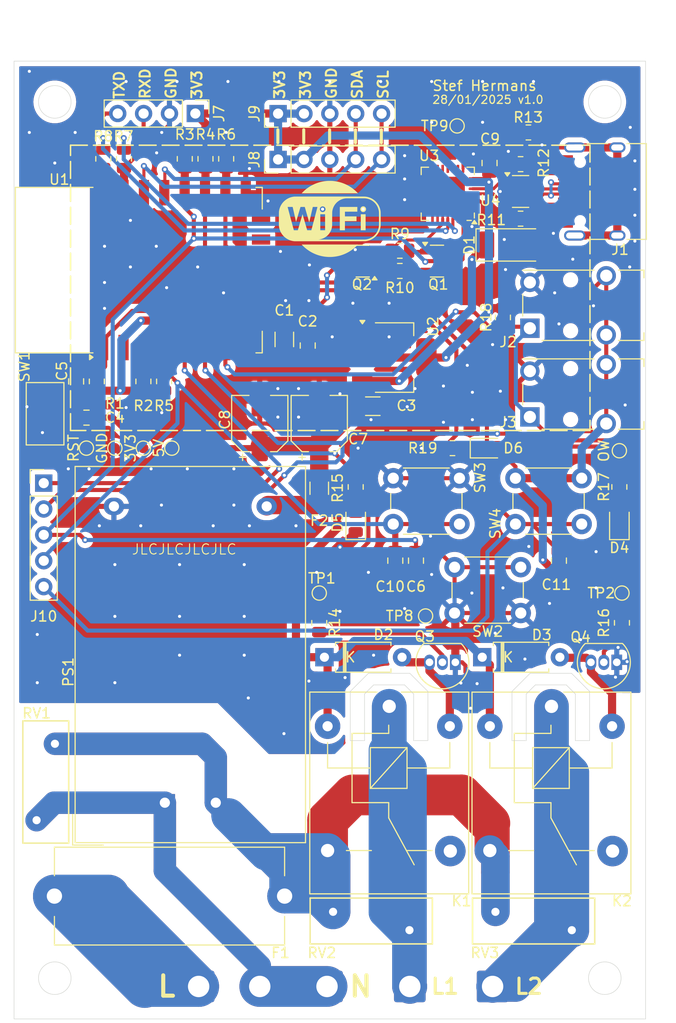
<source format=kicad_pcb>
(kicad_pcb (version 20240108) (generator "pcbnew") (generator_version "8.0")
  (layers (0 "F.Cu" signal) (31 "B.Cu" signal) (34 "B.Paste" user) (35 "F.Paste" user) (36 "B.SilkS" user "B.Silkscreen") (37 "F.SilkS" user "F.Silkscreen") (38 "B.Mask" user) (39 "F.Mask" user) (44 "Edge.Cuts" user))
  (net 0 "")
  (net 1 "GND")
  (net 2 "+3V3")
  (net 3 "+5V")
  (net 4 "/ESP_RST")
  (net 5 "/ESP_IO0")
  (net 6 "/V_BUS")
  (net 7 "Net-(D2-A)")
  (net 8 "Net-(D3-A)")
  (net 9 "Net-(D4-A)")
  (net 10 "Net-(D5-A)")
  (net 11 "Net-(D6-K)")
  (net 12 "/AC_L_FUSED")
  (net 13 "/AC_L")
  (net 14 "Net-(PS1-+Vout)")
  (net 15 "/USB_D-")
  (net 16 "Net-(J1-CC2)")
  (net 18 "Net-(J1-CC1)")
  (net 19 "Net-(J1-SHIELD)")
  (net 20 "/USB_D+")
  (net 22 "/AC_N")
  (net 23 "/ESP_RXD")
  (net 24 "/ESP_TXD")
  (net 25 "/AC_L_K1")
  (net 26 "/AC_L_K2")
  (net 27 "/ESP_SCL")
  (net 28 "/ESP_SDA")
  (net 31 "Net-(Q1-B)")
  (net 32 "Net-(Q1-E)")
  (net 33 "Net-(Q2-E)")
  (net 34 "Net-(Q2-B)")
  (net 35 "Net-(Q3-B)")
  (net 36 "Net-(Q4-B)")
  (net 37 "/ESP_EN")
  (net 38 "/ESP_IO2")
  (net 39 "/ESP_IO16")
  (net 40 "Net-(U3-TXD)")
  (net 41 "Net-(U3-RXD)")
  (net 42 "/ESP_K1")
  (net 43 "/ESP_K2")
  (net 44 "/ESP_1W")
  (net 46 "/ESP_IO15")
  (net 55 "Net-(U3-D+)")
  (net 71 "Net-(U3-D-)")
  (footprint "TestPoint:TestPoint_Pad_D1.0mm" (layer "F.Cu") (at 122.5 62.3555 180)
    (property "Reference" "TP9")
    (property "Value" "VBUS_TP")
  )
  (footprint "Button_Switch_THT:SW_PUSH_6mm_H13mm" (layer "F.Cu") (at 122.73 101.432 180)
    (property "Reference" "SW3")
    (property "Value" "BTN1")
  )
  (footprint "Connector_Audio:Jack_3.5mm_Switronic_ST-005-G_horizontal" (layer "F.Cu") (at 136.144 88.6705 180)
    (property "Reference" "J3")
    (property "Value" "AUX2")
  )
  (footprint "TestPoint:TestPoint_Pad_D1.0mm" (layer "F.Cu") (at 86.106 93.98 180)
    (property "Reference" "RST")
    (property "Value" "RST_TP")
  )
  (footprint "Resistor_SMD:R_0805_2012Metric" (layer "F.Cu") (at 128.7328 66.1105 180)
    (property "Reference" "R12")
    (property "Value" "5.11k")
  )
  (footprint "Resistor_SMD:R_0805_2012Metric" (layer "F.Cu") (at 127 81.154 90)
    (property "Reference" "R18")
    (property "Value" "4.7k")
  )
  (footprint "Capacitor_SMD:C_0805_2012Metric" (layer "F.Cu") (at 132.496 105.024 90)
    (property "Reference" "C11")
    (property "Value" "100nF")
  )
  (footprint "Resistor_SMD:R_0805_2012Metric" (layer "F.Cu") (at 112.544 97.79 90)
    (property "Reference" "R15")
    (property "Value" "470")
  )
  (footprint "Varistor:RV_Disc_D12mm_W4.5mm_P7.5mm" (layer "F.Cu") (at 117.8216 141.2864 180)
    (property "Reference" "RV2")
    (property "Value" "275V")
  )
  (footprint "Connector_Wire:SolderWire-1.5sqmm_1x01_D1.7mm_OD3mm" (layer "F.Cu") (at 109.728 146.812)
    (property "Reference" "N")
    (property "Value" "N_OUT")
  )
  (footprint "Diode_THT:D_A-405_P7.62mm_Horizontal" (layer "F.Cu") (at 109.474 114.5)
    (property "Reference" "D2")
    (property "Value" "1N4007")
  )
  (footprint "LOGO" (layer "F.Cu") (at 110 71.5)
    (property "Reference" "G***" (hide yes))
    (property "Value" "LOGO" (hide yes))
  )
  (footprint "Package_TO_SOT_SMD:SOT-23" (layer "F.Cu") (at 120.5241 75.626)
    (property "Reference" "Q1")
    (property "Value" "SS8050")
  )
  (footprint "TestPoint:TestPoint_Pad_D1.0mm" (layer "F.Cu") (at 138.43 94.234)
    (property "Reference" "OW")
    (property "Value" "ONEWIRE_TP")
  )
  (footprint "Capacitor_SMD:C_0805_2012Metric" (layer "F.Cu") (at 86.111 90.9875 180)
    (property "Reference" "C4")
    (property "Value" "1uF")
  )
  (footprint "Resistor_SMD:R_0805_2012Metric" (layer "F.Cu") (at 122.046 93.98)
    (property "Reference" "R19")
    (property "Value" "470")
  )
  (footprint "Resistor_SMD:R_0805_2012Metric" (layer "F.Cu") (at 129.5 63)
    (property "Reference" "R13")
    (property "Value" "1M")
  )
  (footprint "Button_Switch_THT:SW_PUSH_6mm_H13mm" (layer "F.Cu") (at 134.73 101.432 180)
    (property "Reference" "SW4")
    (property "Value" "BTN2")
  )
  (footprint "Package_DFN_QFN:QFN-28-1EP_5x5mm_P0.5mm_EP3.35x3.35mm" (layer "F.Cu") (at 121.5838 69.0225 180)
    (property "Reference" "U3")
    (property "Value" "CP2102N")
  )
  (footprint "Relay_THT:Relay_SPDT_SANYOU_SRD_Series_Form_C" (layer "F.Cu") (at 115.834 119.322 -90)
    (property "Reference" "K1")
    (property "Value" "SANYOU_SRD-05VDC")
  )
  (footprint "Capacitor_SMD:C_0805_2012Metric" (layer "F.Cu") (at 116.432 105.024 -90)
    (property "Reference" "C10")
    (property "Value" "100nF")
  )
  (footprint "LED_SMD:LED_0805_2012Metric" (layer "F.Cu") (at 125.476 93.98)
    (property "Reference" "D6")
    (property "Value" "STATUS")
  )
  (footprint "Connector_PinHeader_2.54mm:PinHeader_1x05_P2.54mm_Vertical" (layer "F.Cu") (at 104.925 65.6515 90)
    (property "Reference" "J8")
    (property "Value" "I2C")
  )
  (footprint "Converter_ACDC:Converter_ACDC_Hi-Link_HLK-PMxx" (layer "F.Cu") (at 93.806 128.778 90)
    (property "Reference" "PS1")
    (property "Value" "HLK-PM01")
  )
  (footprint "Button_Switch_THT:SW_PUSH_6mm_H13mm" (layer "F.Cu") (at 122.25 105.664)
    (property "Reference" "SW2")
    (property "Value" "FLASH")
  )
  (footprint "Resistor_SMD:R_0805_2012Metric" (layer "F.Cu") (at 138.43 97.79 90)
    (property "Reference" "R17")
    (property "Value" "470")
  )
  (footprint "Package_TO_SOT_THT:TO-92_Inline" (layer "F.Cu") (at 122.3264 115 180)
    (property "Reference" "Q3")
    (property "Value" "S8050")
  )
  (footprint "TestPoint:TestPoint_Pad_D1.0mm" (layer "F.Cu") (at 138.684 108.204)
    (property "Reference" "TP2")
    (property "Value" "K2_TP")
  )
  (footprint "TestPoint:TestPoint_Pad_D1.0mm" (layer "F.Cu") (at 88.9 93.98 90)
    (property "Reference" "GND")
    (property "Value" "GND_TP")
  )
  (footprint "Varistor:RV_Disc_D12mm_W4.5mm_P7.5mm" (layer "F.Cu") (at 81.2135 130.496 90)
    (property "Reference" "RV1")
    (property "Value" "275V")
  )
  (footprint "Resistor_SMD:R_0805_2012Metric" (layer "F.Cu") (at 138.684 111.125 90)
    (property "Reference" "R16")
    (property "Value" "1k")
  )
  (footprint "LED_SMD:LED_0805_2012Metric" (layer "F.Cu") (at 112.544 101.274 90)
    (property "Reference" "D5")
    (property "Value" "K1_LED")
  )
  (footprint "Capacitor_SMD:C_1206_3216Metric" (layer "F.Cu") (at 114.2234 89.8652)
    (property "Reference" "C3")
    (property "Value" "10uF")
  )
  (footprint "Capacitor_SMD:C_0805_2012Metric" (layer "F.Cu") (at 85.095 87.4315 -90)
    (property "Reference" "C5")
    (property "Value" "100nF")
  )
  (footprint "Resistor_SMD:R_0805_2012Metric" (layer "F.Cu") (at 108.966 111.125 90)
    (property "Reference" "R14")
    (property "Value" "1k")
  )
  (footprint "Varistor:RV_Disc_D12mm_W4.5mm_P7.5mm" (layer "F.Cu") (at 133.7624 141.2898 180)
    (property "Reference" "RV3")
    (property "Value" "275V")
  )
  (footprint "TestPoint:TestPoint_Pad_D1.0mm" (layer "F.Cu") (at 119.404 110.454 90)
    (property "Reference" "TP8")
    (property "Value" "GPIO0_TP")
  )
  (footprint "LED_SMD:LED_0805_2012Metric" (layer "F.Cu") (at 138.43 101.274 90)
    (property "Reference" "D4")
    (property "Value" "K2_LED")
  )
  (footprint "Connector_PinHeader_2.54mm:PinHeader_1x04_P2.54mm_Vertical" (layer "F.Cu") (at 96.8 61.1425 -90)
    (property "Reference" "J7")
    (property "Value" "UART")
  )
  (footprint "Button_Switch_SMD:SW_SPST_CK_RS282G05A3" (layer "F.Cu") (at 82.047 90.6065 -90)
    (property "Reference" "SW1")
    (property "Value" "RESET")
  )
  (footprint "Resistor_SMD:R_0805_2012Metric" (layer "F.Cu") (at 93.731 87.4315 -90)
    (property "Reference" "R5")
    (property "Value" "10k")
  )
  (footprint "Capacitor_SMD:C_0805_2012Metric" (layer "F.Cu") (at 107.833 83.913 90)
    (property "Reference" "C2")
    (property "Value" "100nF")
  )
  (footprint "Resistor_SMD:R_0805_2012Metric" (layer "F.Cu") (at 91.699 87.4315 -90)
    (property "Reference" "R2")
    (property "Value" "10k")
  )
  (footprint "Connector_Audio:Jack_3.5mm_Switronic_ST-005-G_horizontal" (layer "F.Cu") (at 136.144 79.9625 180)
    (property "Reference" "J2")
    (property "Value" "AUX1")
  )
  (footprint "Resistor_SMD:R_0805_2012Metric" (layer "F.Cu") (at 97.795 65.5875 90)
    (property "Reference" "R4")
    (property "Value" "12k")
  )
  (footprint "Capacitor_SMD:CP_Elec_5x5.3" (layer "F.Cu") (at 108.966 91.567 90)
    (property "Reference" "C7")
    (property "Value" "10uF")
  )
  (footprint "Package_TO_SOT_THT:TO-92_Inline" (layer "F.Cu") (at 138.176 115 180)
    (property "Reference" "Q4")
    (property "Value" "S8050")
  )
  (footprint "TestPoint:TestPoint_Pad_D1.0mm" (layer "F.Cu") (at 94.488 93.98 90)
    (property "Reference" "5V")
    (property "Value" "5V_TP")
  )
  (footprint "Package_TO_SOT_SMD:SOT-23-6" (layer "F.Cu") (at 128.7328 68.7925)
    (property "Reference" "U4")
    (property "Value" "USBLC6-2SC6")
  )
  (footprint "Diode_THT:D_A-405_P7.62mm_Horizontal" (layer "F.Cu") (at 124.968 114.5)
    (property "Reference" "D3")
    (property "Value" "1N4007")
  )
  (footprint "Capacitor_SMD:CP_Elec_5x5.3" (layer "F.Cu") (at 103.124 91.567 90)
    (property "Reference" "C8")
    (property "Value" "47uF")
  )
  (footprint "Resistor_SMD:R_0805_2012Metric" (layer "F.Cu") (at 116.8773 74.6098)
    (property "Reference" "R9")
    (property "Value" "12k")
  )
  (footprint "Resistor_SMD:R_0805_2012Metric" (layer "F.Cu") (at 99.827 65.5875 90)
    (property "Reference" "R6")
    (property "Value" "10k")
  )
  (footprint "Capacitor_SMD:C_0805_2012Metric" (layer "F.Cu") (at 118.464 105.024 -90)
    (property "Reference" "C6")
    (property "Value" "100nF")
  )
  (footprint "Relay_THT:Relay_SPDT_SANYOU_SRD_Series_Form_C" (layer "F.Cu") (at 131.764 119.3246 -90)
    (property "Reference" "K2")
    (property "Value" "SANYOU_SRD-05VDC")
  )
  (footprint "Connector_PinHeader_2.54mm:PinHeader_1x05_P2.54mm_Vertical" (layer "F.Cu") (at 104.925 61.1515 90)
    (property "Reference" "J9")
    (property "Value" "I2C")
  )
  (footprint "TestPoint:TestPoint_Pad_D1.0mm" (layer "F.Cu") (at 108.966 108.204)
    (property "Reference" "TP1")
    (property "Value" "K1_TP")
  )
  (footprint "Resistor_SMD:R_0805_2012Metric" (layer "F.Cu") (at 128.7328 71.4595 180)
    (property "Reference" "R11")
    (property "Value" "5.11k")
  )
  (footprint "Fuse:Fuseholder_Cylinder-5x20mm_Stelvio-Kontek_PTF78_Horizontal_Open" (layer "F.Cu") (at 82.9635 137.944)
    (property "Reference" "F1")
    (property "Value" "10A")
  )
  (footprint "Connector_Wire:SolderWire-1.5sqmm_1x01_D1.7mm_OD3mm" (layer "F.Cu") (at 125.984 146.812 180)
    (property "Reference" "L2")
    (property "Value" "L2_OUT")
  )
  (footprint "Resistor_SMD:R_0805_2012Metric" (layer "F.Cu") (at 116.8773 76.591 180)
    (property "Reference" "R10")
    (property "Value" "12k")
  )
  (footprint "RF_Module:ESP-12E" (layer "F.Cu") (at 91.249 76.5095 90)
    (property "Reference" "U1")
    (property "Value" "ESP-12E")
  )
  (footprint "Diode_SMD:D_2010_5025Metric_Pad1.52x2.65mm_HandSolder" (layer "F.Cu") (at 127.7168 74.0395)
    (property "Reference" "D1")
    (property "Value" "B340")
  )
  (footprint "Package_TO_SOT_SMD:SOT-23" (layer "F.Cu") (at 113.2366 75.626 180)
    (property "Reference" "Q2")
    (property "Value" "SS8050")
  )
  (footprint "Resistor_SMD:R_0805_2012Metric" (layer "F.Cu") (at 87.762 65.5875 -90)
    (property "Reference" "R8")
    (property "Value" "470")
  )
  (footprint "Connector_USB:USB_C_Receptacle_HRO_TYPE-C-31-M-12" (layer "F.Cu") (at 137.1818 68.7925 90)
    (property "Reference" "J1")
    (property "Value" "USB_C")
  )
  (footprint "Capacitor_SMD:C_1206_3216Metric" (layer "F.Cu") (at 105.537 83.312 90)
    (property "Reference" "C1")
    (property "Value" "10uF")
  )
  (footprint "Connector_Wire:SolderWire-1.5sqmm_1x01_D1.7mm_OD3mm" (layer "F.Cu") (at 117.856 146.812)
    (property "Reference" "L1")
    (property "Value" "L1_OUT")
  )
  (footprint "Fuse:Fuse_1206_3216Metric" (layer "F.Cu") (at 108.966 97.917 90)
    (property "Reference" "F2")
    (property "Value" "200mA")
  )
  (footprint "Resistor_SMD:R_0805_2012Metric" (layer "F.Cu") (at 89.794 65.5875 -90)
    (property "Reference" "R7")
    (property "Value" "470")
  )
  (footprint "Resistor_SMD:R_0805_2012Metric" (layer "F.Cu") (at 87.127 87.4315 -90)
    (property "Reference" "R1")
    (property "Value" "10k")
  )
  (footprint "Package_TO_SOT_SMD:SOT-223-3_TabPin2" (layer "F.Cu") (at 116.332 85.09)
    (property "Reference" "U2")
    (property "Value" "AMS1117-3.3")
  )
  (footprint "Resistor_SMD:R_0805_2012Metric" (layer "F.Cu") (at 95.763 65.5875 90)
    (property "Reference" "R3")
    (property "Value" "10k")
  )
  (footprint "TestPoint:TestPoint_Pad_D1.0mm" (layer "F.Cu") (at 91.694 93.98 90)
    (property "Reference" "3V3")
    (property "Value" "3V3_TP")
  )
  (footprint "Capacitor_SMD:C_0805_2012Metric" (layer "F.Cu") (at 125.6848 65.9985 90)
    (property "Reference" "C9")
    (property "Value" "0.1uF")
  )
  (footprint "Connector_Wire:SolderWire-1.5sqmm_1x02_P6mm_D1.7mm_OD3mm" (layer "F.Cu") (at 97.124 146.812)
    (property "Reference" "L")
    (property "Value" "AC_IN")
  )
  (footprint "Connector_PinHeader_2.54mm:PinHeader_1x05_P2.54mm_Vertical" (layer "F.Cu") (at 81.915 97.414)
    (property "Reference" "J10")
    (property "Value" "Aux")
  )
  (gr_line (start 112.522 62.738) (end 112.522 64.008) (stroke (width 0.3)) (layer "F.SilkS"))
  (gr_line (start 104.902 62.738) (end 104.902 64.008) (stroke (width 0.3)) (layer "F.SilkS"))
  (gr_line (start 107.442 62.738) (end 107.442 64.008) (stroke (width 0.3)) (layer "F.SilkS"))
  (gr_rect (start 84.545 64.2515) (end 135.545 92.2515) (stroke (width 0.15) (type dash)) (fill none) (layer "F.SilkS"))
  (gr_line (start 109.982 62.738) (end 109.982 64.008) (stroke (width 0.3)) (layer "F.SilkS"))
  (gr_line (start 115.062 62.738) (end 115.062 64.008) (stroke (width 0.3)) (layer "F.SilkS"))
  (gr_line (start 141 56) (end 79 56) (stroke (width 0.05)) (layer "Edge.Cuts"))
  (gr_line (start 118.237 122.682) (end 118.237 118.11) (stroke (width 0.05)) (layer "Edge.Cuts"))
  (gr_line (start 134.112 122.682) (end 134.112 118.11) (stroke (width 0.05)) (layer "Edge.Cuts"))
  (gr_line (start 79 150) (end 141 150) (stroke (width 0.05)) (layer "Edge.Cuts"))
  (gr_line (start 135.509 122.682) (end 135.509 117.856) (stroke (width 0.05)) (layer "Edge.Cuts"))
  (gr_line (start 141 150) (end 141 56) (stroke (width 0.05)) (layer "Edge.Cuts"))
  (gr_line (start 130.175 117.221) (end 129.286 118.11) (stroke (width 0.05)) (layer "Edge.Cuts"))
  (gr_line (start 113.411 118.11) (end 113.411 122.682) (stroke (width 0.05)) (layer "Edge.Cuts"))
  (gr_line (start 117.856 116.078) (end 119.634 117.856) (stroke (width 0.05)) (layer "Edge.Cuts"))
  (gr_line (start 117.856 116.078) (end 113.792 116.078) (stroke (width 0.05)) (layer "Edge.Cuts"))
  (gr_line (start 129.286 118.11) (end 129.286 122.682) (stroke (width 0.05)) (layer "Edge.Cuts"))
  (gr_line (start 117.348 117.221) (end 114.3 117.221) (stroke (width 0.05)) (layer "Edge.Cuts"))
  (gr_line (start 117.348 117.221) (end 118.237 118.11) (stroke (width 0.05)) (layer "Edge.Cuts"))
  (gr_line (start 129.286 122.682) (end 127.889 122.682) (stroke (width 0.05)) (layer "Edge.Cuts"))
  (gr_circle (center 83 60) (end 84.6 60) (stroke (width 0.05)) (fill none) (layer "Edge.Cuts"))
  (gr_line (start 133.731 116.078) (end 135.509 117.856) (stroke (width 0.05)) (layer "Edge.Cuts"))
  (gr_line (start 113.411 122.682) (end 112.014 122.682) (stroke (width 0.05)) (layer "Edge.Cuts"))
  (gr_circle (center 83 146) (end 84.6 146) (stroke (width 0.05)) (fill none) (layer "Edge.Cuts"))
  (gr_line (start 133.223 117.221) (end 134.112 118.11) (stroke (width 0.05)) (layer "Edge.Cuts"))
  (gr_line (start 133.223 117.221) (end 130.175 117.221) (stroke (width 0.05)) (layer "Edge.Cuts"))
  (gr_line (start 127.889 122.682) (end 127.889 117.856) (stroke (width 0.05)) (layer "Edge.Cuts"))
  (gr_line (start 119.634 122.682) (end 118.237 122.682) (stroke (width 0.05)) (layer "Edge.Cuts"))
  (gr_line (start 133.731 116.078) (end 129.667 116.078) (stroke (width 0.05)) (layer "Edge.Cuts"))
  (gr_line (start 112.014 122.682) (end 112.014 117.856) (stroke (width 0.05)) (layer "Edge.Cuts"))
  (gr_circle (center 137 146) (end 138.6 146) (stroke (width 0.05)) (fill none) (layer "Edge.Cuts"))
  (gr_line (start 79 56) (end 79 150) (stroke (width 0.05)) (layer "Edge.Cuts"))
  (gr_circle (center 137 60) (end 138.6 60) (stroke (width 0.05)) (fill none) (layer "Edge.Cuts"))
  (gr_line (start 127.889 117.856) (end 129.667 116.078) (stroke (width 0.05)) (layer "Edge.Cuts"))
  (gr_line (start 114.3 117.221) (end 113.411 118.11) (stroke (width 0.05)) (layer "Edge.Cuts"))
  (gr_line (start 135.509 122.682) (end 134.112 122.682) (stroke (width 0.05)) (layer "Edge.Cuts"))
  (gr_line (start 119.634 122.682) (end 119.634 117.856) (stroke (width 0.05)) (layer "Edge.Cuts"))
  (gr_line (start 112.014 117.856) (end 113.792 116.078) (stroke (width 0.05)) (layer "Edge.Cuts"))
  (gr_text "SCL" (at 115.824 59.817 90) (layer "F.SilkS") (effects (font (size 1 1) (thickness 0.2) (bold yes)) (justify left bottom)))
  (gr_text "3V3" (at 105.664 59.817 90) (layer "F.SilkS") (effects (font (size 1 1) (thickness 0.2) (bold yes)) (justify left bottom)))
  (gr_text "SDA" (at 113.284 59.817 90) (layer "F.SilkS") (effects (font (size 1 1) (thickness 0.2) (bold yes)) (justify left bottom)))
  (gr_text "3V3" (at 97.536 59.817 90) (layer "F.SilkS") (effects (font (size 1 1) (thickness 0.2) (bold yes)) (justify left bottom)))
  (gr_text "GND" (at 94.996 59.817 90) (layer "F.SilkS") (effects (font (size 1 1) (thickness 0.2) (bold yes)) (justify left bottom)))
  (gr_text "3V3" (at 108.204 59.817 90) (layer "F.SilkS") (effects (font (size 1 1) (thickness 0.2) (bold yes)) (justify left bottom)))
  (gr_text "RXD" (at 92.456 59.817 90) (layer "F.SilkS") (effects (font (size 1 1) (thickness 0.2) (bold yes)) (justify left bottom)))
  (gr_text "GND" (at 110.744 59.817 90) (layer "F.SilkS") (effects (font (size 1 1) (thickness 0.2) (bold yes)) (justify left bottom)))
  (gr_text "TXD" (at 89.916 59.817 90) (layer "F.SilkS") (effects (font (size 1 1) (thickness 0.2) (bold yes)) (justify left bottom)))
  (gr_text "JLCJLCJLCJLC" (at 90.5 104.5 0) (layer "F.SilkS") (effects (font (size 1 1) (thickness 0.1)) (justify left bottom)))
  (gr_text "Stef Hermans" (at 120 59 0) (layer "F.SilkS") (effects (font (size 1 1)) (justify left bottom)))
  (gr_text "28/01/2025 v1.0" (at 120 60.25 0) (layer "F.SilkS") (effects (font (size 0.8 0.8) (thickness 0.12)) (justify left bottom)))
  (segment (start 124.1618 65.0485) (end 125.6848 65.0485) (width 0.3) (layer "F.Cu") (net 1))
  (segment (start 118.464 105.974) (end 116.432 105.974) (width 0.4) (layer "F.Cu") (net 1))
  (segment (start 124.973 71.2175) (end 123.957 72.2335) (width 0.3) (layer "F.Cu") (net 1))
  (segment (start 88.1535 93.98) (end 85.161 90.9875) (width 0.6) (layer "F.Cu") (net 1))
  (segment (start 122.8725 117.0305) (end 122.3264 116.4844) (width 0.4) (layer "F.Cu") (net 1))
  (segment (start 123.317 115.951) (end 123.317 115.316) (width 0.4) (layer "F.Cu") (net 1))
  (segment (start 99.827 62.992) (end 99.827 64.675) (width 0.4) (layer "F.Cu") (net 1))
  (segment (start 138.176 113.665) (end 138.303 113.538) (width 0.4) (layer "F.Cu") (net 1))
  (segment (start 110.998 103.886) (end 108.712 106.172) (width 0.8) (layer "F.Cu") (net 1))
  (segment (start 85.034 88.4425) (end 85.095 88.3815) (width 0.8) (layer "F.Cu") (net 1))
  (segment (start 127.3368 65.0485) (end 125.6848 65.0485) (width 0.3) (layer "F.Cu") (net 1))
  (segment (start 111.063 103.632) (end 110.998 103.697) (width 0.8) (layer "F.Cu") (net 1))
  (segment (start 138.176 115) (end 139.127 115) (width 0.4) (layer "F.Cu") (net 1))
  (segment (start 93.5 63) (end 94.26 62.24) (width 0.4) (layer "F.Cu") (net 1))
  (segment (start 124.0338 69.5225) (end 122.0838 69.5225) (width 0.3) (layer "F.Cu") (net 1))
  (segment (start 110.005 58.005) (end 110.005 61.1515) (width 0.3) (layer "F.Cu") (net 1))
  (segment (start 94.26 62.24) (end 94.26 61.1425) (width 0.4) (layer "F.Cu") (net 1))
  (segment (start 124.46 117.094) (end 123.317 115.951) (width 0.4) (layer "F.Cu") (net 1))
  (segment (start 127.8203 71.4595) (end 127.8203 72.8152) (width 0.3) (layer "F.Cu") (net 1))
  (segment (start 132.1538 65.5425) (end 130.8318 64.2205) (width 0.6) (layer "F.Cu") (net 1))
  (segment (start 128.75 110.164) (end 122.25 110.164) (width 0.4) (layer "F.Cu") (net 1))
  (segment (start 122.73 96.932) (end 116.23 96.932) (width 0.4) (layer "F.Cu") (net 1))
  (segment (start 126.7583 65.0485) (end 127.8203 66.1105) (width 0.3) (layer "F.Cu") (net 1))
  (segment (start 110 58) (end 110.005 58.005) (width 0.3) (layer "F.Cu") (net 1))
  (segment (start 133.1368 72.0425) (end 132.8085 72.0425) (width 0.3) (layer "F.Cu") (net 1))
  (segment (start 124.0338 69.5225) (end 124.518896 69.5225) (width 0.3) (layer "F.Cu") (net 1))
  (segment (start 138.176 116.332) (end 138.049 116.459) (width 0.4) (layer "F.Cu") (net 1))
  (segment (start 127.5953 68.7925) (end 126.73104 68.7925) (width 0.3) (layer "F.Cu") (net 1))
  (segment (start 124.973 69.976604) (end 124.973 71.2175) (width 0.3) (layer "F.Cu") (net 1))
  (segment (start 110.005 61.1515) (end 110.005 65.6515) (width 0.4) (layer "F.Cu") (net 1))
  (segment (start 122.3264 110.2404) (end 122.25 110.164) (width 0.8) (layer "F.Cu") (net 1))
  (segment (start 123.001 115) (end 122.3264 115) (width 0.4) (layer "F.Cu") (net 1))
  (segment (start 88.9 93.98) (end 88.1535 93.98) (width 0.6) (layer "F.Cu") (net 1))
  (segment (start 85.095 90.9215) (end 85.161 90.9875) (width 0.6) (layer "F.Cu") (net 1))
  (segment (start 127.5298 64.8555) (end 127.3368 65.0485) (width 0.3) (layer "F.Cu") (net 1))
  (segment (start 138.176 115) (end 138.176 113.665) (width 0.4) (layer "F.Cu") (net 1))
  (segment (start 110.998 103.697) (end 110.998 103.886) (width 0.8) (layer "F.Cu") (net 1))
  (segment (start 125.6848 65.0485) (end 126.7583 65.0485) (width 0.3) (layer "F.Cu") (net 1))
  (segment (start 123.317 115.316) (end 123.001 115) (width 0.4) (layer "F.Cu") (net 1))
  (segment (start 85.095 88.3815) (end 85.095 90.9215) (width 0.6) (layer "F.Cu") (net 1))
  (segment (start 122.3264 115) (end 122.3264 110.2404) (width 0.8) (layer "F.Cu") (net 1))
  (segment (start 132.8085 72.0425) (end 131.953 72.898) (width 0.3) (layer "F.Cu") (net 1))
  (segment (start 122.0838 69.5225) (end 121.5838 69.0225) (width 0.3) (layer "F.Cu") (net 1))
  (segment (start 111.1235 103.632) (end 110.998 103.632) (width 0.8) (layer "F.Cu") (net 1))
  (segment (start 124.1008 65.1095) (end 124.1618 65.0485) (width 0.3) (layer "F.Cu") (net 1))
  (segment (start 94.26 61.1425) (end 94.26 58.74) (width 0.4) (layer "F.Cu") (net 1))
  (segment (start 139.127 115) (end 139.192 114.935) (width 0.4) (layer "F.Cu") (net 1))
  (segment (start 118.464 105.974) (end 119.594 105.974) (width 0.4) (layer "F.Cu") (net 1))
  (segment (start 111.1235 103.632) (end 111.063 103.632) (width 0.8) (layer "F.Cu") (net 1))
  (segment (start 122.3264 116.4844) (end 122.3264 115) (width 0.4) (layer "F.Cu") (net 1))
  (segment (start 138.176 115) (end 138.176 116.332) (width 0.4) (layer "F.Cu") (net 1))
  (segment (start 127.8203 72.8152) (end 127.132 73.5035) (width 0.3) (layer "F.Cu") (net 1))
  (segment (start 94.26 58.74) (end 95 58) (width 0.4) (layer "F.Cu") (net 1))
  (segment (start 124.518896 69.5225) (end 124.973 69.976604) (width 0.3) (layer "F.Cu") (net 1))
  (segment (start 119.594 105.974) (end 120 106.38) (width 0.4) (layer "F.Cu") (net 1))
  (segment (start 112.544 102.2115) (end 111.1235 103.632) (width 0.8) (layer "F.Cu") (net 1))
  (segment (start 133.1368 65.5425) (end 132.1538 65.5425) (width 0.6) (layer "F.Cu") (net 1))
  (via (at 105.5 122) (size 0.6) (drill 0.3) (layers "F.Cu" "B.Cu") (net 1))
  (via (at 80.5 63) (size 0.6) (drill 0.3) (layers "F.Cu" "B.Cu") (net 1))
  (via (at 88.9 110.49) (size 0.6) (drill 0.3) (layers "F.Cu" "B.Cu") (net 1))
  (via (at 130.8318 64.2205) (size 0.6) (drill 0.3) (layers "F.Cu" "B.Cu") (net 1))
  (via (at 118.364 88.138) (size 0.6) (drill 0.3) (layers "F.Cu" "B.Cu") (net 1))
  (via (at 106.934 88.138) (size 0.6) (drill 0.3) (layers "F.Cu" "B.Cu") (net 1))
  (via (at 123.825 119.507) (size 0.6) (drill 0.3) (layers "F.Cu" "B.Cu") (net 1))
  (via (at 90.424 71.628) (size 0.6) (drill 0.3) (layers "F.Cu" "B.Cu") (net 1))
  (via (at 136.144 104.14) (size 0.6) (drill 0.3) (layers "F.Cu" "B.Cu") (net 1))
  (via (at 125 58) (size 0.6) (drill 0.3) (layers "F.Cu" "B.Cu") (net 1))
  (via (at 114.046 91.186) (size 0.6) (drill 0.3) (layers "F.Cu" "B.Cu") (net 1))
  (via (at 111 110) (size 0.6) (drill 0.3) (layers "F.Cu" "B.Cu") (net 1))
  (via (at 127.132 73.5035) (size 0.6) (drill 0.3) (layers "F.Cu" "B.Cu") (net 1))
  (via (at 112.268 79.756) (size 0.6) (drill 0.3) (layers "F.Cu" "B.Cu") (net 1))
  (via (at 127 107.696) (size 0.6) (drill 0.3) (layers "F.Cu" "B.Cu") (net 1))
  (via (at 110 58) (size 0.6) (drill 0.3) (layers "F.Cu" "B.Cu") (net 1))
  (via (at 139.446 76.2) (size 0.6) (drill 0.3) (layers "F.Cu" "B.Cu") (net 1))
  (via (at 93.98 78.232) (size 0.6) (drill 0.3) (layers "F.Cu" "B.Cu") (net 1))
  (via (at 139 89.7465) (size 0.6) (drill 0.3) (layers "F.Cu" "B.Cu") (net 1))
  (via (at 117.348 67.564) (size 0.6) (drill 0.3) (layers "F.Cu" "B.Cu") (net 1))
  (via (at 92.456 96.012) (size 0.6) (drill 0.3) (layers "F.Cu" "B.Cu") (net 1))
  (via (at 138.303 113.538) (size 0.6) (drill 0.3) (layers "F.Cu" "B.Cu") (net 1))
  (via (at 90 90) (size 0.6) (drill 0.3) (layers "F.Cu" "B.Cu") (net 1))
  (via (at 115.824 83.058) (size 0.6) (drill 0.3) (layers "F.Cu" "B.Cu") (net 1))
  (via (at 85 63) (size 0.6) (drill 0.3) (layers "F.Cu" "B.Cu") (net 1))
  (via (at 81.788 92.456) (size 0.6) (drill 0.3) (layers "F.Cu" "B.Cu") (net 1))
  (via (at 104.902 88.138) (size 0.6) (drill 0.3) (layers "F.Cu" "B.Cu") (net 1))
  (via (at 110.236 83.058) (size 0.6) (drill 0.3) (layers "F.Cu" "B.Cu") (net 1))
  (via (at 80.264 89.916) (size 0.6) (drill 0.3) (layers "F.Cu" "B.Cu") (net 1))
  (via (at 125.984 83.82) (size 0.6) (drill 0.3) (layers "F.Cu" "B.Cu") (net 1))
  (via (at 81.28 112.268) (size 0.6) (drill 0.3) (layers "F.Cu" "B.Cu") (net 1))
  (via (at 139.954 73.66) (size 0.6) (drill 0.3) (layers "F.Cu" "B.Cu") (net 1))
  (via (at 136.144 107.696) (size 0.6) (drill 0.3) (layers "F.Cu" "B.Cu") (net 1))
  (via (at 139.954 65.786) (size 0.6) (drill 0.3) (layers "F.Cu" "B.Cu") (net 1))
  (via (at 101.6 110.49) (size 0.6) (drill 0.3) (layers "F.Cu" "B.Cu") (net 1))
  (via (at 95.25 105.41) (size 0.6) (drill 0.3) (layers "F.Cu" "B.Cu") (net 1))
  (via (at 99.568 78.74) (size 0.6) (drill 0.3) (layers "F.Cu" "B.Cu") (net 1))
  (via (at 102.108 101.6) (size 0.6) (drill 0.3) (layers "F.Cu" "B.Cu") (net 1))
  (via (at 117.348 69.596) (size 0.6) (drill 0.3) (layers "F.Cu" "B.Cu") (net 1))
  (via (at 110.998 103.697) (size 0.6) (drill 0.3) (layers "F.Cu" "B.Cu") (net 1))
  (via (at 134.62 112.776) (size 0.6) (drill 0.3) (layers "F.Cu" "B.Cu") (net 1))
  (via (at 123.952 108.204) (size 0.6) (drill 0.3) (layers "F.Cu" "B.Cu") (net 1))
  (via (at 123.5 85.852) (size 0.6) (drill 0.3) (layers "F.Cu" "B.Cu") (net 1))
  (via (at 117.348 109.728) (size 0.6) (drill 0.3) (layers "F.Cu" "B.Cu") (net 1))
  (via (at 124.1008 65.1095) (size 0.6) (drill 0.3) (layers "F.Cu" "B.Cu") (net 1))
  (via (at 108.712 106.172) (size 0.6) (drill 0.3) (layers "F.Cu" "B.Cu") (net 1))
  (via (at 126.73104 68.7925) (size 0.6) (drill 0.3) (layers "F.Cu" "B.Cu") (net 1))
  (via (at 124.46 117.094) (size 0.6) (drill 0.3) (layers "F.Cu" "B.Cu") (net 1))
  (via (at 101.6 105.41) (size 0.6) (drill 0.3) (layers "F.Cu" "B.Cu") (net 1))
  (via (at 109.2922 70.5238) (size 0.6) (drill 0.3) (layers "F.Cu" "B.Cu") (net 1))
  (via (at 127.5298 64.8555) (size 0.6) (drill 0.3) (layers "F.Cu" "B.Cu") (net 1))
  (via (at 111.5 116.5) (size 0.6) (drill 0.3) (layers "F.Cu" "B.Cu") (net 1))
  (via (at 90 58) (size 0.6) (drill 0.3) (layers "F.Cu" "B.Cu") (net 1))
  (via (at 119.888 102.616) (size 0.6) (drill 0.3) (layers "F.Cu" "B.Cu") (net 1))
  (via (at 95.25 110.49) (size 0.6) (drill 0.3) (layers "F.Cu" "B.Cu") (net 1))
  (via (at 96.012 96.012) (size 0.6) (drill 0.3) (layers "F.Cu" "B.Cu") (net 1))
  (via (at 130 58) (size 0.6) (drill 0.3) (layers "F.Cu" "B.Cu") (net 1))
  (via (at 133.858 75.438) (size 0.6) (drill 0.3) (layers "F.Cu" "B.Cu") (net 1))
  (via (at 97.028 76.2) (size 0.6) (drill 0.3) (layers "F.Cu" "B.Cu") (net 1))
  (via (at 129.159 114.681) (size 0.6) (drill 0.3) (layers "F.Cu" "B.Cu") (net 1))
  (via (at 123.957 72.2335) (size 0.6) (drill 0.3) (layers "F.Cu" "B.Cu") (net 1))
  (via (at 139.954 71.12) (size 0.6) (drill 0.3) (layers "F.Cu" "B.Cu") (net 1))
  (via (at 115 58) (size 0.6) (drill 0.3) (layers "F.Cu" "B.Cu") (net 1))
  (via (at 106.68 101.6) (size 0.6) (drill 0.3) (layers "F.Cu" "B.Cu") (net 1))
  (via (at 127.254 91.186) (size 0.6) (drill 0.3) (layers "F.Cu" "B.Cu") (net 1))
  (via (at 106.934 90.932) (size 0.6) (drill 0.3) (layers "F.Cu" "B.Cu") (net 1))
  (via (at 114.3 114.3) (size 0.6) (drill 0.3) (layers "F.Cu" "B.Cu") (net 1))
  (via (at 87.884 77.724) (size 0.6) (drill 0.3) (layers "F.Cu" "B.Cu") (net 1))
  (via (at 119 94) (size 0.6) (drill 0.3) (layers "F.Cu" "B.Cu") (net 1))
  (via (at 110.998 88.646) (size 0.6) (drill 0.3) (layers "F.Cu" "B.Cu") (net 1))
  (via (at 87.376 101.6) (size 0.6) (drill 0.3) (layers "F.Cu" "B.Cu") (net 1))
  (via (at 95 58) (size 0.6) (drill 0.3) (layers "F.Cu" "B.Cu") (net 1))
  (via (at 102.108 66.548) (size 0.6) (drill 0.3) (layers "F.Cu" "B.Cu") (net 1))
  (via (at 126.238 112.141) (size 0.6) (drill 0.3) (layers "F.Cu" "B.Cu") (net 1))
  (via (at 115.824 79.756) (size 0.6) (drill 0.3) (layers "F.Cu" "B.Cu") (net 1))
  (via (at 83 66) (size 0.6) (drill 0.3) (layers "F.Cu" "B.Cu") (net 1))
  (via (at 129.54 103.632) (size 0.6) (drill 0.3) (layers "F.Cu" "B.Cu") (net 1))
  (via (at 113.792 106.172) (size 0.6) (drill 0.3) (layers "F.Cu" "B.Cu") (net 1))
  (via (at 81.28 117) (size 0.6) (drill 0.3) (layers "F.Cu" "B.Cu") (net 1))
  (via (at 107.95 116.84) (size 0.6) (drill 0.3) (layers "F.Cu" "B.Cu") (net 1))
  (via (at 91.44 101.6) (size 0.6) (drill 0.3) (layers "F.Cu" "B.Cu") (net 1))
  (via (at 132.08 78.74) (size 0.6) (drill 0.3) (layers "F.Cu" "B.Cu") (net 1))
  (via (at 99.827 62.992) (size 0.6) (drill 0.3) (layers "F.Cu" "B.Cu") (net 1))
  (via (at 117.602 89.916) (size 0.6) (drill 0.3) (layers "F.Cu" "B.Cu") (net 1))
  (via (at 101.6 114.3) (size 0.6) (drill 0.3) (layers "F.Cu" "B.Cu") (net 1))
  (via (at 121.158 91.44) (size 0.6) (drill 0.3) (layers "F.Cu" "B.Cu") (net 1))
  (via (at 92.964 74.168) (size 0.6) (drill 0.3) (layers "F.Cu" "B.Cu") (net 1))
  (via (at 103.9368 69.723) (size 0.6) (drill 0.3) (layers "F.Cu" "B.Cu") (net 1))
  (via (at 120 58) (size 0.6) (drill 0.3) (layers "F.Cu" "B.Cu") (net 1))
  (via (at 131.953 72.898) (size 0.6) (drill 0.3) (layers "F.Cu" "B.Cu") (net 1))
  (via (at 100 58) (size 0.6) (drill 0.3) (layers "F.Cu" "B.Cu") (net 1))
  (via (at 132.5 81.788) (size 0.6) (drill 0.3) (layers "F.Cu" "B.Cu") (net 1))
  (via (at 113.28 70.5238) (size 0.6) (drill 0.3) (layers "F.Cu" "B.Cu") (net 1))
  (via (at 139.192 114.935) (size 0.6) (drill 0.3) (layers "F.Cu" "B.Cu") (net 1))
  (via (at 87.884 74.168) (size 0.6) (drill 0.3) (layers "F.Cu" "B.Cu") (net 1))
  (via (at 139.954 68.58) (size 0.6) (drill 0.3) (layers "F.Cu" "B.Cu") (net 1))
  (via (at 105.664 79.502) (size 0.6) (drill 0.3) (layers "F.Cu" "B.Cu") (net 1))
  (via (at 120 62) (size 0.6) (drill 0.3) (layers "F.Cu" "B.Cu") (net 1))
  (via (at 139.5 62.5) (size 0.6) (drill 0.3) (layers "F.Cu" "B.Cu") (net 1))
  (via (at 127.254 76.454) (size 0.6) (drill 0.3) (layers "F.Cu" "B.Cu") (net 1))
  (via (at 126.746 88.392) (size 0.6) (drill 0.3) (layers "F.Cu" "B.Cu") (net 1))
  (via (at 131.572 109.22) (size 0.6) (drill 0.3) (layers "F.Cu" "B.Cu") (net 1))
  (via (at 135.89 80.01) (size 0.6) (drill 0.3) (layers "F.Cu" "B.Cu") (net 1))
  (via (at 93.472 99.568) (size 0.6) (drill 0.3) (layers "F.Cu" "B.Cu") (net 1))
  (via (at 95.25 114.3) (size 0.6) (drill 0.3) (layers "F.Cu" "B.Cu") (net 1))
  (via (at 88.9 105.41) (size 0.6) (drill 0.3) (layers "F.Cu" "B.Cu") (net 1))
  (via (at 107.95 79.502) (size 0.6) (drill 0.3) (layers "F.Cu" "B.Cu") (net 1))
  (via (at 112.776 93.98) (size 0.6) (drill 0.3) (layers "F.Cu" "B.Cu") (net 1))
  (via (at 93.5 63) (size 0.6) (drill 0.3) (layers "F.Cu" "B.Cu") (net 1))
  (via (at 108 76) (size 0.6) (drill 0.3) (layers "F.Cu" "B.Cu") (net 1))
  (via (at 98.552 101.6) (size 0.6) (drill 0.3) (layers "F.Cu" "B.Cu") (net 1))
  (via (at 86.36 96.012) (size 0.6) (drill 0.3) (layers "F.Cu" "B.Cu") (net 1))
  (via (at 105.156 74.676) (size 0.6) (drill 0.3) (layers "F.Cu" "B.Cu") (net 1))
  (via (at 93 65) (size 0.6) (drill 0.3) (layers "F.Cu" "B.Cu") (net 1))
  (via (at 100.584 99.568) (size 0.6) (drill 0.3) (layers "F.Cu" "B.Cu") (net 1))
  (via (at 90 95) (size 0.6) (drill 0.3) (layers "F.Cu" "B.Cu") (net 1))
  (via (at 88.9 117) (size 0.6) (drill 0.3) (layers "F.Cu" "B.Cu") (net 1))
  (via (at 90.424 76.2) (size 0.6) (drill 0.3) (layers "F.Cu" "B.Cu") (net 1))
  (via (at 138.049 116.459) (size 0.6) (drill 0.3) (layers "F.Cu" "B.Cu") (net 1))
  (via (at 93.5 90.5) (size 0.6) (drill 0.3) (layers "F.Cu" "B.Cu") (net 1))
  (via (at 120 106.38) (size 0.6) (drill 0.3) (layers "F.Cu" "B.Cu") (net 1))
  (via (at 100.584 96.012) (size 0.6) (drill 0.3) (layers "F.Cu" "B.Cu") (net 1))
  (via (at 112.5 74.5) (size 0.6) (drill 0.3) (layers "F.Cu" "B.Cu") (net 1))
  (via (at 117.348 65.278) (size 0.6) (drill 0.3) (layers "F.Cu" "B.Cu") (net 1))
  (via (at 102 118.5) (size 0.6) (drill 0.3) (layers "F.Cu" "B.Cu") (net 1))
  (via (at 105 58) (size 0.6) (drill 0.3) (layers "F.Cu" "B.Cu") (net 1))
  (via (at 104.902 90.932) (size 0.6) (drill 0.3) (layers "F.Cu" "B.Cu") (net 1))
  (via (at 121.158 87.884) (size 0.6) (drill 0.3) (layers "F.Cu" "B.Cu") (net 1))
  (via (at 87.884 80.264) (size 0.6) (drill 0.3) (layers "F.Cu" "B.Cu") (net 1))
  (via (at 124 88.5) (size 0.6) (drill 0.3) (layers "F.Cu" "B.Cu") (net 1))
  (via (at 124 91.186) (size 0.6) (drill 0.3) (layers "F.Cu" "B.Cu") (net 1))
  (via (at 80.5 57) (size 0.6) (drill 0.3) (layers "F.Cu" "B.Cu") (net 1))
  (via (at 84.328 96.012) (size 0.6) (drill 0.3) (layers "F.Cu" "B.Cu") (net 1))
  (via (at 122.8725 117.0305) (size 0.6) (drill 0.3) (layers "F.Cu" "B.Cu") (net 1))
  (via (at 125 62) (size 0.6) (drill 0.3) (layers "F.Cu" "B.Cu") (net 1))
  (segment (start 122.25 108.63) (end 122.25 110.164) (width 0.4) (layer "B.Cu") (net 1))
  (segment (start 131.3475 73.5035) (end 127.132 73.5035) (width 0.3) (layer "B.Cu") (net 1))
  (segment (start 132.5 83.5645) (end 132.5 81.788) (width 0.4) (layer "B.Cu") (net 1))
  (segment (start 132.5 81.788) (end 132.5 80.5685) (width 0.4) (layer "B.Cu") (net 1))
  (segment (start 131.953 72.898) (end 131.3475 73.5035) (width 0.3) (layer "B.Cu") (net 1))
  (segment (start 120 106.38) (end 120 99.662) (width 0.4) (layer "B.Cu") (net 1))
  (segment (start 127.5298 64.8555) (end 128.1648 64.2205) (width 0.6) (layer "B.Cu") (net 1))
  (segment (start 120 99.662) (end 122.73 96.932) (width 0.4) (layer "B.Cu") (net 1))
  (segment (start 129.644 86.4205) (end 132.97 89.7465) (width 0.4) (layer "B.Cu") (net 1))
  (segment (start 132.97 89.7465) (end 139 89.7465) (width 0.4) (layer "B.Cu") (net 1))
  (segment (start 120 106.38) (end 122.25 108.63) (width 0.4) (layer "B.Cu") (net 1))
  (segment (start 128.1648 64.2205) (end 130.8318 64.2205) (width 0.6) (layer "B.Cu") (net 1))
  (segment (start 132.5 80.5685) (end 129.644 77.7125) (width 0.4) (layer "B.Cu") (net 1))
  (segment (start 129.644 86.4205) (end 132.5 83.5645) (width 0.4) (layer "B.Cu") (net 1))
  (segment (start 97.795 64.675) (end 97.795 62.1375) (width 0.8) (layer "F.Cu") (net 2))
  (segment (start 93.731 88.344) (end 91.699 88.344) (width 0.8) (layer "F.Cu") (net 2))
  (segment (start 97.795 62.1375) (end 96.8 61.1425) (width 0.8) (layer "F.Cu") (net 2))
  (segment (start 121.412 85.09) (end 119.482 85.09) (width 0.8) (layer "F.Cu") (net 2))
  (segment (start 101.749 83.1595) (end 100.052 81.4625) (width 0.8) (layer "F.Cu") (net 2))
  (segment (start 132.496 105.974) (end 131.9328 105.974) (width 0.8) (layer "F.Cu") (net 2))
  (segment (start 133.965 80.2415) (end 137.144 77.0625) (width 0.4) (layer "F.Cu") (net 2))
  (segment (start 105.537 84.787) (end 102.4265 84.787) (width 0.8) (layer "F.Cu") (net 2))
  (segment (start 125.2748 67.5225) (end 125.6848 67.5225) (width 0.3) (layer "F.Cu") (net 2))
  (segment (start 137.144 82.8625) (end 137.144 77.0625) (width 0.4) (layer "F.Cu") (net 2))
  (segment (start 125.6248 80.6232) (end 126.0065 80.2415) (width 0.8) (layer "F.Cu") (net 2))
  (segment (start 137.144 85.7705) (end 137.144 82.8625) (width 0.4) (layer "F.Cu") (net 2))
  (segment (start 126.0065 80.2415) (end 127 80.2415) (width 0.8) (layer "F.Cu") (net 2))
  (segment (start 100.052 81.4625) (end 91.445 81.4625) (width 0.8) (layer "F.Cu") (net 2))
  (segment (start 88.7015 90.9875) (end 87.061 90.9875) (width 0.6) (layer "F.Cu") (net 2))
  (segment (start 124.0338 67.5225) (end 125.2748 67.5225) (width 0.3) (layer "F.Cu") (net 2))
  (segment (start 128.23 95.7965) (end 126.4135 93.98) (width 0.4) (layer "F.Cu") (net 2))
  (segment (start 95.763 64.675) (end 97.795 64.675) (width 0.8) (layer "F.Cu") (net 2))
  (segment (start 125.2748 67.5225) (end 125.6248 67.8725) (width 0.3) (layer "F.Cu") (net 2))
  (segment (start 125.6848 66.9485) (end 125.6848 67.5225) (width 0.3) (layer "F.Cu") (net 2))
  (segment (start 96.8 61.1425) (end 104.916 61.1425) (width 0.8) (layer "F.Cu") (net 2))
  (segment (start 128.23 96.932) (end 128.23 95.7965) (width 0.4) (layer "F.Cu") (net 2))
  (segment (start 125.6848 67.5225) (end 125.6848 67.8125) (width 0.3) (layer "F.Cu") (net 2))
  (segment (start 127 80.2415) (end 133.965 80.2415) (width 0.4) (layer "F.Cu") (net 2))
  (segment (start 87.061 88.41) (end 87.127 88.344) (width 0.8) (layer "F.Cu") (net 2))
  (segment (start 113.182 85.09) (end 108.06 85.09) (width 0.8) (layer "F.Cu") (net 2))
  (segment (start 108.06 85.09) (end 107.833 84.863) (width 0.8) (layer "F.Cu") (net 2))
  (segment (start 101.749 84.1095) (end 101.749 83.1595) (width 0.8) (layer "F.Cu") (net 2))
  (segment (start 125.4748 68.0225) (end 125.6248 67.8725) (width 0.3) (layer "F.Cu") (net 2))
  (segment (start 125.6848 67.8125) (end 125.6248 67.8725) (width 0.3) (layer "F.Cu") (net 2))
  (segment (start 124.0338 68.0225) (end 124.6108 68.0225) (width 0.3) (layer "F.Cu") (net 2))
  (segment (start 104.916 61.1425) (end 104.925 61.1515) (width 0.8) (layer "F.Cu") (net 2))
  (segment (start 91.699 88.344) (end 89.413 88.344) (width 0.8) (layer "F.Cu") (net 2))
  (segment (start 131.9328 105.974) (end 130.9116 104.9528) (width 0.8) (layer "F.Cu") (net 2))
  (segment (start 124.6108 68.0225) (end 125.4748 68.0225) (width 0.3) (layer "F.Cu") (net 2))
  (segment (start 107.833 84.863) (end 105.613 84.863) (width 0.8) (layer "F.Cu") (net 2))
  (segment (start 137.144 85.7705) (end 137.144 91.5705) (width 0.4) (layer "F.Cu") (net 2))
  (segment (start 102.4265 84.787) (end 101.749 84.1095) (width 0.8) (layer "F.Cu") (net 2))
  (segment (start 91.694 93.98) (end 88.7015 90.9875) (width 0.6) (layer "F.Cu") (net 2))
  (segment (start 89.413 88.344) (end 87.127 88.344) (width 0.8) (layer "F.Cu") (net 2))
  (segment (start 119.482 85.09) (end 113.182 85.09) (width 0.8) (layer "F.Cu") (net 2))
  (segment (start 134.73 96.932) (end 128.23 96.932) (width 0.8) (layer "F.Cu") (net 2))
  (segment (start 87.061 90.9875) (end 87.061 88.41) (width 0.8) (layer "F.Cu") (net 2))
  (via (at 89.413 88.344) (size 0.6) (drill 0.3) (layers "F.Cu" "B.Cu") (net 2))
  (via (at 121.412 85.09) (size 0.6) (drill 0.3) (layers "F.Cu" "B.Cu") (net 2))
  (via (at 130.9116 104.9528) (size 0.6) (drill 0.3) (layers "F.Cu" "B.Cu") (net 2))
  (via (at 125.6248 80.6232) (size 0.6) (drill 0.3) (layers "F.Cu" "B.Cu") (net 2))
  (via (at 125.6248 67.8725) (size 0.6) (drill 0.3) (layers "F.Cu" "B.Cu") (net 2))
  (via (at 91.445 81.4625) (size 0.6) (drill 0.3) (layers "F.Cu" "B.Cu") (net 2))
  (segment (start 104.925 61.1515) (end 104.925 65.6515) (width 0.8) (layer "B.Cu") (net 2))
  (segment (start 125.6248 80.6232) (end 125.6248 67.8725) (width 0.8) (layer "B.Cu") (net 2))
  (segment (start 123.474007 67.8725) (end 125.6248 67.8725) (width 0.8) (layer "B.Cu") (net 2))
  (segment (start 130.9116 99.6136) (end 128.23 96.932) (width 0.8) (layer "B.Cu") (net 2))
  (segment (start 125.6248 80.6232) (end 121.412 84.836) (width 0.8) (layer "B.Cu") (net 2))
  (segment (start 107.465 65.6515) (end 109.815 63.3015) (width 0.8) (layer "B.Cu") (net 2))
  (segment (start 134.73 96.932) (end 134.73 93.9845) (width 0.8) (layer "B.Cu") (net 2))
  (segment (start 91.445 81.4625) (end 89.54 83.3675) (width 0.8) (layer "B.Cu") (net 2))
  (segment (start 121.412 84.836) (end 121.412 85.09) (width 0.8) (layer "B.Cu") (net 2))
  (segment (start 104.925 65.6515) (end 107.465 65.6515) (width 0.8) (layer "B.Cu") (net 2))
  (segment (start 109.815 63.3015) (end 118.903007 63.3015) (width 0.8) (layer "B.Cu") (net 2))
  (segment (start 89.54 88.217) (end 89.413 88.344) (width 0.8) (layer "B.Cu") (net 2))
  (segment (start 89.54 83.3675) (end 89.54 88.217) (width 0.8) (layer "B.Cu") (net 2))
  (segment (start 118.903007 63.3015) (end 123.474007 67.8725) (width 0.8) (layer "B.Cu") (net 2))
  (segment (start 134.73 93.9845) (end 137.144 91.5705) (width 0.8) (layer "B.Cu") (net 2))
  (segment (start 130.9116 104.9528) (end 130.9116 99.6136) (width 0.8) (layer "B.Cu") (net 2))
  (segment (start 104.925 61.1515) (end 107.465 61.1515) (width 0.8) (layer "B.Cu") (net 2))
  (segment (start 108.966 96.52) (end 108.966 96.517) (width 0.8) (layer "F.Cu") (net 3))
  (segment (start 103.124 93.767) (end 108.966 93.767) (width 1.8) (layer "F.Cu") (net 3))
  (segment (start 94.488 93.98) (end 102.911 93.98) (width 0.6) (layer "F.Cu") (net 3))
  (segment (start 123.952 75.4668) (end 125.3793 74.0395) (width 0.8) (layer "F.Cu") (net 3))
  (segment (start 109.784 121.272) (end 109.784 114.81) (width 0.8) (layer "F.Cu") (net 3))
  (segment (start 109.474 114.5) (end 107.774 114.5) (width 0.8) (layer "F.Cu") (net 3))
  (segment (start 106.68 113.406) (end 106.68 105.918) (width 0.8) (layer "F.Cu") (net 3))
  (segment (start 125.3793 74.6622) (end 125.3793 74.6345) (width 0.8) (layer "F.Cu") (net 3))
  (segment (start 106.68 105.918) (end 110.744 101.854) (width 0.8) (layer "F.Cu") (net 3))
  (segment (start 116.826 87.39) (end 113.182 87.39) (width 0.8) (layer "F.Cu") (net 3))
  (segment (start 108.966 96.517) (end 108.966 93.767) (width 1.8) (layer "F.Cu") (net 3))
  (segment (start 110.744 98.298) (end 108.966 96.52) (width 0.8) (layer "F.Cu") (net 3))
  (segment (start 102.911 93.98) (end 103.124 93.767) (width 0.6) (layer "F.Cu") (net 3))
  (segment (start 125.714 121.2746) (end 125.714 115.246) (width 0.8) (layer "F.Cu") (net 3))
  (segment (start 125.714 115.246) (end 124.968 114.5) (width 0.8) (layer "F.Cu") (net 3))
  (segment (start 112.7484 89.8652) (end 112.7484 87.8236) (width 0.8) (layer "F.Cu") (net 3))
  (segment (start 110.744 101.854) (end 110.744 98.298) (width 0.8) (layer "F.Cu") (net 3))
  (segment (start 107.774 114.5) (end 106.68 113.406) (width 0.8) (layer "F.Cu") (net 3))
  (segment (start 109.784 114.81) (end 109.474 114.5) (width 0.8) (layer "F.Cu") (net 3))
  (segment (start 112.7484 87.8236) (end 113.182 87.39) (width 0.8) (layer "F.Cu") (net 3))
  (segment (start 108.966 93.767) (end 108.966 93.6476) (width 1.8) (layer "F.Cu") (net 3))
  (segment (start 113.182 89.4316) (end 112.7484 89.8652) (width 1.8) (layer "F.Cu") (net 3))
  (segment (start 113.182 87.39) (end 113.182 89.4316) (width 0.8) (layer "F.Cu") (net 3))
  (segment (start 108.966 93.6476) (end 112.7484 89.8652) (width 1.8) (layer "F.Cu") (net 3))
  (via (at 116.826 87.39) (size 0.6) (drill 0.3) (layers "F.Cu" "B.Cu") (net 3))
  (via (at 123.952 75.4668) (size 0.6) (drill 0.3) (layers "F.Cu" "B.Cu") (net 3))
  (segment (start 110.798 114.5) (end 112.395 112.903) (width 0.8) (layer "B.Cu") (net 3))
  (segment (start 123.952 80.264) (end 116.826 87.39) (width 0.8) (layer "B.Cu") (net 3))
  (segment (start 109.474 114.5) (end 110.798 114.5) (width 0.8) (layer "B.Cu") (net 3))
  (segment (start 123.371 112.903) (end 124.968 114.5) (width 0.8) (layer "B.Cu") (net 3))
  (segment (start 112.395 112.903) (end 123.371 112.903) (width 0.8) (layer "B.Cu") (net 3))
  (segment (start 123.952 75.4668) (end 123.952 80.264) (width 0.8) (layer "B.Cu") (net 3))
  (segment (start 85.095 86.4815) (end 82.018 86.4815) (width 0.8) (layer "F.Cu") (net 4))
  (segment (start 111.126 75.626) (end 109.728 77.024) (width 0.4) (layer "F.Cu") (net 4))
  (segment (start 87.749 85.897) (end 87.127 86.519) (width 0.8) (layer "F.Cu") (net 4))
  (segment (start 87.749 84.1095) (end 87.749 85.897) (width 0.8) (layer "F.Cu") (net 4))
  (segment (start 90.5905 80.518) (end 87.749 83.3595) (width 0.4) (layer "F.Cu") (net 4))
  (segment (start 109.728 79.248) (end 108.966 80.01) (width 0.4) (layer "F.Cu") (net 4))
  (segment (start 108.966 80.01) (end 108.458 80.518) (width 0.4) (layer "F.Cu") (net 4))
  (segment (start 104.902 80.518) (end 101.6 80.518) (width 0.3) (layer "F.Cu") (net 4))
  (segment (start 87.749 83.3595) (end 87.749 84.1095) (width 0.4) (layer "F.Cu") (net 4))
  (segment (start 112.2991 75.626) (end 111.126 75.626) (width 0.4) (layer "F.Cu") (net 4))
  (segment (start 86.106 93.98) (end 82.047 89.921) (width 0.6) (layer "F.Cu") (net 4))
  (segment (start 85.1325 86.519) (end 85.095 86.4815) (width 0.8) (layer "F.Cu") (net 4))
  (segment (start 82.047 89.921) (end 82.047 86.7065) (width 0.6) (layer "F.Cu") (net 4))
  (segment (start 109.728 79.186) (end 109.728 79.248) (width 0.4) (layer "F.Cu") (net 4))
  (segment (start 87.127 86.519) (end 85.1325 86.519) (width 0.8) (layer "F.Cu") (net 4))
  (segment (start 108.458 80.518) (end 104.902 80.518) (width 0.4) (layer "F.Cu") (net 4))
  (segment (start 82.018 86.4815) (end 81.793 86.7065) (width 0.8) (layer "F.Cu") (net 4))
  (segment (start 101.6 80.518) (end 90.5905 80.518) (width 0.4) (layer "F.Cu") (net 4))
  (via (at 109.728 79.186) (size 0.6) (drill 0.3) (layers "F.Cu" "B.Cu") (net 4))
  (via (at 109.728 77.024) (size 0.6) (drill 0.3) (layers "F.Cu" "B.Cu") (net 4))
  (segment (start 109.728 77.024) (end 109.728 79.186) (width 0.4) (layer "B.Cu") (net 4))
  (segment (start 118.464 103.097) (end 118.364 102.997) (width 0.4) (layer "F.Cu") (net 5))
  (segment (start 85.476 102.494) (end 81.915 102.494) (width 0.4) (layer "F.Cu") (net 5))
  (segment (start 118.464 104.074) (end 118.464 103.097) (width 0.4) (layer "F.Cu") (net 5))
  (segment (start 95.763 66.5) (end 95.763 68.8955) (width 0.8) (layer "F.Cu") (net 5))
  (segment (start 122.25 105.664) (end 120.66 104.074) (width 0.4) (layer "F.Cu") (net 5))
  (segment (start 95.763 68.8955) (end 95.749 68.9095) (width 0.8) (layer "F.Cu") (net 5))
  (segment (start 96.647 71.268371) (end 96.643929 71.2653) (width 0.4) (layer "F.Cu") (net 5))
  (segment (start 121.4616 75.626) (end 119.446 75.626) (width 0.4) (layer "F.Cu") (net 5))
  (segment (start 119.404 110.454) (end 122.25 107.608) (width 0.4) (layer "F.Cu") (net 5))
  (segment (start 119.446 75.626) (end 119.38 75.692) (width 0.4) (layer "F.Cu") (net 5))
  (segment (start 96.647 73.406) (end 96.647 71.268371) (width 0.4) (layer "F.Cu") (net 5))
  (segment (start 95.749 70.370371) (end 96.643929 71.2653) (width 0.4) (layer "F.Cu") (net 5))
  (segment (start 122.25 107.608) (end 122.25 105.664) (width 0.4) (layer "F.Cu") (net 5))
  (segment (start 122.25 105.664) (end 128.75 105.664) (width 0.4) (layer "F.Cu") (net 5))
  (segment (start 85.979 102.997) (end 85.476 102.494) (width 0.4) (layer "F.Cu") (net 5))
  (segment (start 120.66 104.074) (end 118.464 104.074) (width 0.4) (layer "F.Cu") (net 5))
  (segment (start 95.749 68.9095) (end 95.749 70.370371) (width 0.4) (layer "F.Cu") (net 5))
  (via (at 96.647 73.406) (size 0.6) (drill 0.3) (layers "F.Cu" "B.Cu") (net 5))
  (via (at 119.38 75.692) (size 0.6) (drill 0.3) (layers "F.Cu" "B.Cu") (net 5))
  (via (at 85.979 102.997) (size 0.6) (drill 0.3) (layers "F.Cu" "B.Cu") (net 5))
  (via (at 118.364 102.997) (size 0.6) (drill 0.3) (layers "F.Cu" "B.Cu") (net 5))
  (via (at 96.643929 71.2653) (size 0.6) (drill 0.3) (layers "F.Cu" "B.Cu") (net 5))
  (segment (start 88.686 95.723) (end 88.686 81.367) (width 0.4) (layer "B.Cu") (net 5))
  (segment (start 105.156 73.406) (end 117.094 73.406) (width 0.4) (layer "B.Cu") (net 5))
  (segment (start 101.092 73.406) (end 105.156 73.406) (width 0.4) (layer "B.Cu") (net 5))
  (segment (start 96.647 73.406) (end 101.092 73.406) (width 0.4) (layer "B.Cu") (net 5))
  (segment (start 81.915 102.494) (end 88.686 95.723) (width 0.4) (layer "B.Cu") (net 5))
  (segment (start 88.686 81.367) (end 96.647 73.406) (width 0.4) (layer "B.Cu") (net 5))
  (segment (start 117.094 73.406) (end 119.38 75.692) (width 0.4) (layer "B.Cu") (net 5))
  (segment (start 118.364 102.997) (end 85.979 102.997) (width 0.4) (layer "B.Cu") (net 5))
  (segment (start 123.0848 64.6015) (end 123.5928 64.0935) (width 0.3) (layer "F.Cu") (net 6))
  (segment (start 135.0228 67.445172) (end 133.920128 66.3425) (width 0.4) (layer "F.Cu") (net 6))
  (segment (start 128.2918 64.0935) (end 129.106634 64.908334) (width 0.3) (layer "F.Cu") (net 6))
  (segment (start 129.207801 68.7925) (end 129.8703 68.7925) (width 0.4) (layer "F.Cu") (net 6))
  (segment (start 129.106634 65.0105) (end 130.4568 65.0105) (width 0.4) (layer "F.Cu") (net 6))
  (segment (start 133.1368 66.3425) (end 131.7888 66.3425) (width 0.4) (layer "F.Cu") (net 6))
  (segment (start 130.0543 74.6345) (end 128.7328 73.313) (width 0.4) (layer "F.Cu") (net 6))
  (segment (start 128.7328 68.317499) (end 129.207801 68.7925) (width 0.4) (layer "F.Cu") (net 6))
  (segment (start 128.7328 67.0145) (end 128.7328 68.317499) (width 0.4) (layer "F.Cu") (net 6))
  (segment (start 133.920128 71.2425) (end 135.0228 70.139828) (width 0.4) (layer "F.Cu") (net 6))
  (segment (start 133.920128 66.3425) (end 133.1368 66.3425) (width 0.4) (layer "F.Cu") (net 6))
  (segment (start 123.5928 63.4483) (end 123.5928 64.0935) (width 0.4) (layer "F.Cu") (net 6))
  (segment (start 130.0543 73) (end 130.0543 74.6345) (width 0.6) (layer "F.Cu") (net 6))
  (segment (start 129.106634 65.0105) (end 128.7328 65.384334) (width 0.4) (layer "F.Cu") (net 6))
  (segment (start 130.4568 65.0105) (end 131.7888 66.3425) (width 0.4) (layer "F.Cu") (net 6))
  (segment (start 135.0228 70.139828) (end 135.0228 67.445172) (width 0.4) (layer "F.Cu") (net 6))
  (segment (start 123.5928 64.0935) (end 128.2918 64.0935) (width 0.3) (layer "F.Cu") (net 6))
  (segment (start 128.7328 73.313) (end 128.7328 68.317499) (width 0.4) (layer "F.Cu") (net 6))
  (segment (start 123.0838 66.5725) (end 123.0838 66.069044) (width 0.3) (layer "F.Cu") (net 6))
  (segment (start 123.0838 66.069044) (end 123.0848 66.068044) (width 0.3) (layer "F.Cu") (net 6))
  (segment (start 129.106634 64.908334) (end 129.106634 65.0105) (width 0.3) (layer "F.Cu") (net 6))
  (segment (start 123.0848 66.068044) (end 123.0848 64.6015) (width 0.3) (layer "F.Cu") (net 6))
  (segment (start 131.8118 71.2425) (end 130.0543 73) (width 0.6) (layer "F.Cu") (net 6))
  (segment (start 122.5 62.3555) (end 123.5928 63.4483) (width 0.4) (layer "F.Cu") (net 6))
  (segment (start 133.1368 71.2425) (end 133.920128 71.2425) (width 0.4) (layer "F.Cu") (net 6))
  (segment (start 133.1368 71.2425) (end 131.8118 71.2425) (width 0.6) (layer "F.Cu") (net 6))
  (segment (start 128.7328 65.384334) (end 128.7328 67.0145) (width 0.4) (layer "F.Cu") (net 6))
  (segment (start 119.7864 115.8494) (end 119.7864 115) (width 0.8) (layer "F.Cu") (net 7))
  (segment (start 121.793 121.263) (end 121.784 121.272) (width 0.8) (layer "F.Cu") (net 7))
  (segment (start 117.594 115) (end 119.7864 115) (width 0.8) (layer "F.Cu") (net 7))
  (segment (start 121.784 121.272) (end 121.784 117.847) (width 0.8) (layer "F.Cu") (net 7))
  (segment (start 117.094 114.5) (end 117.594 115) (width 0.8) (layer "F.Cu") (net 7))
  (segment (start 121.354 120.842) (end 121.784 121.272) (width 0.2) (layer "F.Cu") (net 7))
  (segment (start 121.784 117.847) (end 119.7864 115.8494) (width 0.8) (layer "F.Cu") (net 7))
  (segment (start 132.642 114.554) (end 135.19 114.554) (width 0.8) (layer "F.Cu") (net 8))
  (segment (start 135.636 115.951) (end 135.636 115) (width 0.8) (layer "F.Cu") (net 8))
  (segment (start 132.588 114.5) (end 132.642 114.554) (width 0.8) (layer "F.Cu") (net 8))
  (segment (start 137.714 121.2746) (end 137.714 118.029) (width 0.8) (layer "F.Cu") (net 8))
  (segment (start 135.19 114.554) (end 135.636 115) (width 0.8) (layer "F.Cu") (net 8))
  (segment (start 137.714 118.029) (end 135.636 115.951) (width 0.8) (layer "F.Cu") (net 8))
  (segment (start 138.43 98.7025) (end 138.43 100.3365) (width 0.4) (layer "F.Cu") (net 9))
  (segment (start 112.544 98.7025) (end 112.544 100.3365) (width 0.4) (layer "F.Cu") (net 10))
  (segment (start 124.5385 93.98) (end 122.9585 93.98) (width 0.4) (layer "F.Cu") (net 11))
  (segment (start 109.784 133.472) (end 109.6435 133.472) (width 2.2) (layer "F.Cu") (net 12))
  (segment (start 110.3216 139.4864) (end 110.3216 134.0096) (width 3.4) (layer "F.Cu") (net 12))
  (segment (start 105.5635 137.944) (end 105.5635 135.5355) (width 3) (layer "F.Cu") (net 12))
  (segment (start 112.268 128.016) (end 122.936 128.016) (width 4) (layer "F.Cu") (net 12))
  (segment (start 108.7792 137.944) (end 110.3216 139.4864) (width 3.4) (layer "F.Cu") (net 12))
  (segment (start 97.469 122.996) (end 83.0135 122.996) (width 2.2) (layer "F.Cu") (net 12))
  (segment (start 109.784 133.7235) (end 105.5635 137.944) (width 3.4) (layer "F.Cu") (net 12))
  (segment (start 126.2624 135.636) (end 126.2624 131.3424) (width 2.8) (layer "F.Cu") (net 12))
  (segment (start 109.784 133.472) (end 109.784 130.5) (width 4) (layer "F.Cu") (net 12))
  (segment (start 126.2624 139.4898) (end 126.2624 135.636) (width 2.8) (layer "F.Cu") (net 12))
  (segment (start 126.2624 135.636) (end 126.2624 134.023) (width 2.8) (layer "F.Cu") (net 12))
  (segment (start 103.5 133.472) (end 100.076 130.048) (width 3.4) (layer "F.Cu") (net 12))
  (segment (start 98.806 124.333) (end 97.469 122.996) (width 2.2) (layer "F.Cu") (net 12))
  (segment (start 126.2624 134.023) (end 125.714 133.4746) (width 2.8) (layer "F.Cu") (net 12))
  (segment (start 122.936 128.016) (end 125.714 130.794) (width 4) (layer "F.Cu") (net 12))
  (segment (start 109.784 130.5) (end 112.268 128.016) (width 4) (layer "F.Cu") (net 12))
  (segment (start 109.784 133.472) (end 103.5 133.472) (width 3.4) (layer "F.Cu") (net 12))
  (segment (start 109.784 133.472) (end 109.784 133.7235) (width 2.2) (layer "F.Cu") (net 12))
  (segment (start 105.5635 137.944) (end 108.7792 137.944) (width 3.4) (layer "F.Cu") (net 12))
  (segment (start 98.806 128.778) (end 98.806 124.333) (width 2.2) (layer "F.Cu") (net 12))
  (segment (start 109.134 132.822) (end 109.784 133.472) (width 0.2) (layer "F.Cu") (net 12))
  (segment (start 125.714 130.794) (end 125.714 133.4746) (width 3) (layer "F.Cu") (net 12))
  (segment (start 100.076 130.048) (end 98.806 128.778) (width 2.2) (layer "F.Cu") (net 12))
  (segment (start 105.5635 135.5355) (end 100.076 130.048) (width 3) (layer "F.Cu") (net 12))
  (segment (start 103.5 133.472) (end 100.076 130.048) (width 3.4) (layer "B.Cu") (net 12))
  (segment (start 105.4135 137.702) (end 105.554 137.702) (width 2.2) (layer "B.Cu") (net 12))
  (segment (start 98.806 128.778) (end 98.806 124.333) (width 2.2) (layer "B.Cu") (net 12))
  (segment (start 108.7792 137.944) (end 110.3216 139.4864) (width 3.4) (layer "B.Cu") (net 12))
  (segment (start 105.5635 135.5355) (end 100.076 130.048) (width 3) (layer "B.Cu") (net 12))
  (segment (start 105.5635 137.944) (end 105.5635 135.5355) (width 3) (layer "B.Cu") (net 12))
  (segment (start 126.2624 139.4898) (end 126.2624 134.023) (width 2.8) (layer "B.Cu") (net 12))
  (segment (start 109.784 133.472) (end 103.5 133.472) (width 3.4) (layer "B.Cu") (net 12))
  (segment (start 126.2624 134.023) (end 125.714 133.4746) (width 2.8) (layer "B.Cu") (net 12))
  (segment (start 110.3216 139.4864) (end 110.3216 134.0096) (width 3.4) (layer "B.Cu") (net 12))
  (segment (start 98.806 124.333) (end 97.469 122.996) (width 2.2) (layer "B.Cu") (net 12))
  (segment (start 110.3216 134.0096) (end 109.784 133.472) (width 3.4) (layer "B.Cu") (net 12))
  (segment (start 100.076 130.048) (end 98.806 128.778) (width 2.2) (layer "B.Cu") (net 12))
  (segment (start 109.784 133.472) (end 109.784 133.7235) (width 2.2) (layer "B.Cu") (net 12))
  (segment (start 103.7515 133.7235) (end 100.076 130.048) (width 3.4) (layer "B.Cu") (net 12))
  (segment (start 105.4135 137.702) (end 105.4135 137.6145) (width 2.2) (layer "B.Cu") (net 12))
  (segment (start 109.784 133.7235) (end 103.7515 133.7235) (width 3.4) (layer "B.Cu") (net 12))
  (segment (start 97.469 122.996) (end 83.0135 122.996) (width 2.2) (layer "B.Cu") (net 12))
  (segment (start 105.5635 137.944) (end 108.7792 137.944) (width 3.4) (layer "B.Cu") (net 12))
  (segment (start 109.784 133.7235) (end 105.5635 137.944) (width 3.4) (layer "B.Cu") (net 12))
  (segment (start 82.9635 137.944) (end 88.256 137.944) (width 4.2) (layer "F.Cu") (net 13))
  (segment (start 91.8315 146.812) (end 82.9635 137.944) (width 4.2) (layer "F.Cu") (net 13))
  (segment (start 97.124 146.812) (end 91.8315 146.812) (width 4) (layer "F.Cu") (net 13))
  (segment (start 88.256 137.944) (end 97.124 146.812) (width 4) (layer "F.Cu") (net 13))
  (segment (start 82.9635 137.944) (end 88.256 137.944) (width 4.2) (layer "B.Cu") (net 13))
  (segment (start 82.9635 137.944) (end 91.8315 146.812) (width 4.2) (layer "B.Cu") (net 13))
  (segment (start 91.8315 146.812) (end 97.124 146.812) (width 4) (layer "B.Cu") (net 13))
  (segment (start 88.256 137.944) (end 97.124 146.812) (width 4) (layer "B.Cu") (net 13))
  (segment (start 103.936 99.568) (end 103.806 99.698) (width 1.8) (layer "F.Cu") (net 14))
  (segment (start 108.966 99.317) (end 108.715 99.568) (width 1.8) (layer "F.Cu") (net 14))
  (segment (start 103.8305 99.6735) (end 103.806 99.698) (width 0.6) (layer "F.Cu") (net 14))
  (segment (start 108.715 99.568) (end 103.936 99.568) (width 1.8) (layer "F.Cu") (net 14))
  (segment (start 134.0068 68.5425) (end 134.2118 68.7475) (width 0.3) (layer "F.Cu") (net 15))
  (segment (start 134.2118 68.7475) (end 134.2118 69.3375) (width 0.3) (layer "F.Cu") (net 15))
  (segment (start 130.294062 67.8425) (end 129.8703 67.8425) (width 0.3) (layer "F.Cu") (net 15))
  (segment (start 130.994062 68.5425) (end 133.1368 68.5425) (width 0.3) (layer "F.Cu") (net 15))
  (segment (start 130.994062 68.5425) (end 130.294062 67.8425) (width 0.3) (layer "F.Cu") (net 15))
  (segment (start 133.1368 68.5425) (end 134.0068 68.5425) (width 0.3) (layer "F.Cu") (net 15))
  (segment (start 134.2118 69.3375) (end 134.0068 69.5425) (width 0.3) (layer "F.Cu") (net 15))
  (segment (start 134.0068 69.5425) (end 133.1368 69.5425) (width 0.3) (layer "F.Cu") (net 15))
  (segment (start 133.1368 67.0425) (end 130.5773 67.0425) (width 0.3) (layer "F.Cu") (net 16))
  (segment (start 130.5773 67.0425) (end 129.6453 66.1105) (width 0.3) (layer "F.Cu") (net 16))
  (segment (start 131.1408 70.0425) (end 129.7388 71.4445) (width 0.3) (layer "F.Cu") (net 18))
  (segment (start 131.1408 70.0425) (end 133.1368 70.0425) (width 0.3) (layer "F.Cu") (net 18))
  (segment (start 134.0518 64.4725) (end 132.4725 64.4725) (width 0.4) (layer "F.Cu") (net 19))
  (segment (start 132.4725 64.4725) (end 131 63) (width 0.4) (layer "F.Cu") (net 19))
  (segment (start 134.0518 73.1125) (end 138.2318 73.1125) (width 0.8) (layer "F.Cu") (net 19))
  (segment (start 138.2318 64.4725) (end 138.2318 73.1125) (width 0.8) (layer "F.Cu") (net 19))
  (segment (start 138.2318 64.4725) (end 134.0518 64.4725) (width 0.8) (layer "F.Cu") (net 19))
  (segment (start 131 63) (end 130.4125 63) (width 0.4) (layer "F.Cu") (net 19))
  (segment (start 131.7208 69.0425) (end 131.7208 69.1925) (width 0.3) (layer "F.Cu") (net 20))
  (segment (start 130.994062 69.0425) (end 132.3558 69.0425) (width 0.3) (layer "F.Cu") (net 20))
  (segment (start 131.7208 67.8925) (end 131.8708 68.0425) (width 0.3) (layer "F.Cu") (net 20))
  (segment (start 130.994062 69.0425) (end 130.294062 69.7425) (width 0.3) (layer "F.Cu") (net 20))
  (segment (start 133.1368 69.0425) (end 132.3558 69.0425) (width 0.3) (layer "F.Cu") (net 20))
  (segment (start 132.3558 69.0425) (end 131.7208 69.0425) (width 0.3) (layer "F.Cu") (net 20))
  (segment (start 131.8708 68.0425) (end 133.1368 68.0425) (width 0.3) (layer "F.Cu") (net 20))
  (segment (start 130.294062 69.7425) (end 129.8703 69.7425) (width 0.3) (layer "F.Cu") (net 20))
  (via (at 131.7208 69.1925) (size 0.6) (drill 0.3) (layers "F.Cu" "B.Cu") (net 20))
  (via (at 131.7208 67.8925) (size 0.6) (drill 0.3) (layers "F.Cu" "B.Cu") (net 20))
  (segment (start 131.7208 69.1925) (end 131.7208 67.8925) (width 0.3) (layer "B.Cu") (net 20))
  (segment (start 93.806 135.462) (end 93.806 128.778) (width 2.2) (layer "F.Cu") (net 22))
  (segment (start 109.728 146.812) (end 103.124 146.812) (width 4) (layer "F.Cu") (net 22))
  (segment (start 93.806 128.778) (end 82.9315 128.778) (width 2.2) (layer "F.Cu") (net 22))
  (segment (start 82.9315 128.778) (end 81.2135 130.496) (width 2.2) (layer "F.Cu") (net 22))
  (segment (start 103.124 144.78) (end 93.806 135.462) (width 2.2) (layer "F.Cu") (net 22))
  (segment (start 103.124 146.812) (end 103.124 144.78) (width 2.2) (layer "F.Cu") (net 22))
  (segment (start 103.124 146.812) (end 107.696 146.812) (width 3) (layer "B.Cu") (net 22))
  (segment (start 93.806 128.778) (end 82.9315 128.778) (width 2.2) (layer "B.Cu") (net 22))
  (segment (start 103.124 146.812) (end 109.728 146.812) (width 4) (layer "B.Cu") (net 22))
  (segment (start 103.124 144.78) (end 93.806 135.462) (width 2.2) (layer "B.Cu") (net 22))
  (segment (start 103.124 146.812) (end 103.124 144.78) (width 2.2) (layer "B.Cu") (net 22))
  (segment (start 82.9315 128.778) (end 81.2135 130.496) (width 2.2) (layer "B.Cu") (net 22))
  (segment (start 93.806 135.462) (end 93.806 128.778) (width 2.2) (layer "B.Cu") (net 22))
  (segment (start 89.794 66.5) (end 89.794 68.8645) (width 0.8) (layer "F.Cu") (net 23))
  (segment (start 91.72 64.574) (end 91.72 61.1425) (width 0.4) (layer "F.Cu") (net 23))
  (segment (start 89.794 66.5) (end 91.72 64.574) (width 0.4) (layer "F.Cu") (net 23))
  (segment (start 89.794 68.8645) (end 89.749 68.9095) (width 0.8) (layer "F.Cu") (net 23))
  (segment (start 86.5 65.238) (end 86.5 62.620419) (width 0.4) (layer "F.Cu") (net 24))
  (segment (start 87.749 68.9095) (end 87.749 66.513) (width 0.8) (layer "F.Cu") (net 24))
  (segment (start 87.762 66.5) (end 86.5 65.238) (width 0.4) (layer "F.Cu") (net 24))
  (segment (start 87.749 66.513) (end 87.762 66.5) (width 0.8) (layer "F.Cu") (net 24))
  (segment (start 89.18 61.1425) (end 87.977919 61.1425) (width 0.4) (layer "F.Cu") (net 24))
  (segment (start 87.977919 61.1425) (end 86.5 62.620419) (width 0.4) (layer "F.Cu") (net 24))
  (segment (start 117.8216 141.2864) (end 117.8216 146.7776) (width 3.4) (layer "F.Cu") (net 25))
  (segment (start 117.8216 146.7776) (end 117.856 146.812) (width 3.4) (layer "F.Cu") (net 25))
  (segment (start 117.8216 125.4416) (end 115.834 123.454) (width 3.4) (layer "B.Cu") (net 25))
  (segment (start 117.8216 146.7776) (end 117.856 146.812) (width 3.4) (layer "B.Cu") (net 25))
  (segment (start 115.316 123.605427) (end 115.316 139.536) (width 3) (layer "B.Cu") (net 25))
  (segment (start 115.316 139.536) (end 117.444 141.664) (width 3) (layer "B.Cu") (net 25))
  (segment (start 117.8216 141.2864) (end 117.8216 125.4416) (width 3.4) (layer "B.Cu") (net 25))
  (segment (start 115.834 119.322) (end 115.834 123.087427) (width 3.4) (layer "B.Cu") (net 25))
  (segment (start 117.8216 141.2864) (end 117.8216 146.7776) (width 3.4) (layer "B.Cu") (net 25))
  (segment (start 115.834 123.454) (end 115.834 119.322) (width 3.4) (layer "B.Cu") (net 25))
  (segment (start 131.764 123.952) (end 131.764 139.2914) (width 3.4) (layer "F.Cu") (net 26))
  (segment (start 131.764 139.2914) (end 133.7624 141.2898) (width 3) (layer "F.Cu") (net 26))
  (segment (start 133.7624 125.9504) (end 131.764 123.952) (width 3.4) (layer "F.Cu") (net 26))
  (segment (start 128.2402 146.812) (end 133.7624 141.2898) (width 3) (layer "F.Cu") (net 26))
  (segment (start 133.7624 141.2898) (end 133.7624 125.9504) (width 3.4) (layer "F.Cu") (net 26))
  (segment (start 125.984 146.812) (end 128.2402 146.812) (width 3) (layer "F.Cu") (net 26))
  (segment (start 131.764 139.2914) (end 131.764 141.032) (width 3.4) (layer "F.Cu") (net 26))
  (segment (start 131.764 119.3246) (end 131.764 123.952) (width 3.4) (layer "F.Cu") (net 26))
  (segment (start 131.764 141.032) (end 125.984 146.812) (width 3.2) (layer "F.Cu") (net 26))
  (segment (start 131.764 139.2914) (end 131.764 141.032) (width 3.4) (layer "B.Cu") (net 26))
  (segment (start 131.764 119.3246) (end 131.764 139.2914) (width 3) (layer "B.Cu") (net 26))
  (segment (start 133.7624 125.8256) (end 131.764 123.8272) (width 3.4) (layer "B.Cu") (net 26))
  (segment (start 131.764 139.2914) (end 133.7624 141.2898) (width 3) (layer "B.Cu") (net 26))
  (segment (start 131.764 123.8272) (end 131.764 119.3246) (width 3.4) (layer "B.Cu") (net 26))
  (segment (start 125.984 146.812) (end 128.2402 146.812) (width 3) (layer "B.Cu") (net 26))
  (segment (start 131.764 141.032) (end 125.984 146.812) (width 3.2) (layer "B.Cu") (net 26))
  (segment (start 133.7624 141.2898) (end 133.7624 125.8256) (width 3.4) (layer "B.Cu") (net 26))
  (segment (start 128.2402 146.812) (end 133.7624 141.2898) (width 3) (layer "B.Cu") (net 26))
  (segment (start 131.764 123.8272) (end 131.764 139.2914) (width 3.4) (layer "B.Cu") (net 26))
  (segment (start 91.749 68.9095) (end 91.749 69.6595) (width 0.3) (layer "F.Cu") (net 27))
  (segment (start 115.085 61.1515) (end 115.085 65.6515) (width 0.4) (layer "F.Cu") (net 27))
  (segment (start 91.749 66.2948) (end 91.749 68.9095) (width 0.3) (layer "F.Cu") (net 27))
  (segment (start 91.7498 66.294) (end 91.749 66.2948) (width 0.3) (layer "F.Cu") (net 27))
  (via (at 91.7498 66.294) (size 0.6) (drill 0.3) (layers "F.Cu" "B.Cu") (net 27))
  (segment (start 91.7498 66.294) (end 93.7818 68.326) (width 0.4) (layer "B.Cu") (net 27))
  (segment (start 93.7818 68.326) (end 112.4105 68.326) (width 0.4) (layer "B.Cu") (net 27))
  (segment (start 112.4105 68.326) (end 115.085 65.6515) (width 0.4) (layer "B.Cu") (net 27))
  (segment (start 112.545 61.1515) (end 112.545 65.6515) (width 0.4) (layer "F.Cu") (net 28))
  (segment (start 93.8072 68.8513) (end 93.749 68.9095) (width 0.3) (layer "F.Cu") (net 28))
  (segment (start 93.749 68.9095) (end 93.749 69.6595) (width 0.3) (layer "F.Cu") (net 28))
  (segment (start 93.8072 66.6289) (end 93.8072 68.8513) (width 0.3) (layer "F.Cu") (net 28))
  (via (at 93.8072 66.6289) (size 0.6) (drill 0.3) (layers "F.Cu" "B.Cu") (net 28))
  (segment (start 94.7423 67.564) (end 110.6325 67.564) (width 0.4) (layer "B.Cu") (net 28))
  (segment (start 93.8072 66.6289) (end 94.7423 67.564) (width 0.4) (layer "B.Cu") (net 28))
  (segment (start 110.6325 67.564) (end 112.545 65.6515) (width 0.4) (layer "B.Cu") (net 28))
  (segment (start 119.5866 74.676) (end 117.856 74.676) (width 0.3) (layer "F.Cu") (net 31))
  (segment (start 123.0838 71.4725) (end 123.0838 75.452562) (width 0.3) (layer "F.Cu") (net 32))
  (segment (start 123.0838 75.452562) (end 121.960362 76.576) (width 0.3) (layer "F.Cu") (net 32))
  (segment (start 119.5866 76.576) (end 117.8048 76.576) (width 0.3) (layer "F.Cu") (net 32))
  (segment (start 121.960362 76.576) (end 119.5866 76.576) (width 0.3) (layer "F.Cu") (net 32))
  (segment (start 117.0148 73.5598) (end 115.9648 74.6098) (width 0.3) (layer "F.Cu") (net 33))
  (segment (start 119.481596 73.5598) (end 118.618 73.5598) (width 0.3) (layer "F.Cu") (net 33))
  (segment (start 121.0838 71.4725) (end 121.0838 71.957596) (width 0.3) (layer "F.Cu") (net 33))
  (segment (start 121.0838 71.957596) (end 119.481596 73.5598) (width 0.3) (layer "F.Cu") (net 33))
  (segment (start 115.9648 74.6098) (end 114.2403 74.6098) (width 0.3) (layer "F.Cu") (net 33))
  (segment (start 118.618 73.5598) (end 117.0148 73.5598) (width 0.3) (layer "F.Cu") (net 33))
  (segment (start 115.9648 76.591) (end 114.1891 76.591) (width 0.3) (layer "F.Cu") (net 34))
  (segment (start 118.9209 112.1645) (end 121.0564 114.3) (width 0.4) (layer "F.Cu") (net 35))
  (segment (start 108.966 112.1645) (end 118.9209 112.1645) (width 0.4) (layer "F.Cu") (net 35))
  (segment (start 121.0564 114.3) (end 121.0564 115) (width 0.4) (layer "F.Cu") (net 35))
  (segment (start 136.906 115) (end 136.906 113.9425) (width 0.4) (layer "F.Cu") (net 36))
  (segment (start 136.906 113.9425) (end 138.684 112.1645) (width 0.4) (layer "F.Cu") (net 36))
  (segment (start 91.749 84.1095) (end 91.749 86.469) (width 0.8) (layer "F.Cu") (net 37))
  (segment (start 91.749 86.469) (end 91.699 86.519) (width 0.8) (layer "F.Cu") (net 37))
  (segment (start 97.795 68.8635) (end 97.749 68.9095) (width 0.8) (layer "F.Cu") (net 38))
  (segment (start 122.428 84.328) (end 116.586 78.486) (width 0.4) (layer "F.Cu") (net 38))
  (segment (start 101.727 78.486) (end 97.749 74.508) (width 0.4) (layer "F.Cu") (net 38))
  (segment (start 97.795 66.5) (end 97.795 68.8635) (width 0.8) (layer "F.Cu") (net 38))
  (segment (start 122.428 92.6855) (end 122.428 84.328) (width 0.4) (layer "F.Cu") (net 38))
  (segment (start 116.586 78.486) (end 104.902 78.486) (width 0.4) (layer "F.Cu") (net 38))
  (segment (start 121.1335 93.98) (end 122.428 92.6855) (width 0.4) (layer "F.Cu") (net 38))
  (segment (start 104.902 78.486) (end 101.727 78.486) (width 0.3) (layer "F.Cu") (net 38))
  (segment (start 97.749 74.508) (end 97.749 68.9095) (width 0.4) (layer "F.Cu") (net 38))
  (segment (start 93.749 86.501) (end 93.731 86.519) (width 0.8) (layer "F.Cu") (net 39))
  (segment (start 122.73 101.432) (end 116.23 101.432) (width 0.4) (layer "F.Cu") (net 39))
  (segment (start 116.432 104.074) (end 116.432 101.634) (width 0.6) (layer "F.Cu") (net 39))
  (segment (start 93.9866 86.519) (end 95.0468 87.5792) (width 0.4) (layer "F.Cu") (net 39))
  (segment (start 93.749 84.1095) (end 93.749 86.501) (width 0.8) (layer "F.Cu") (net 39))
  (segment (start 116.432 101.634) (end 116.23 101.432) (width 0.6) (layer "F.Cu") (net 39))
  (segment (start 93.731 86.519) (end 93.9866 86.519) (width 0.4) (layer "F.Cu") (net 39))
  (via (at 95.0468 87.5792) (size 0.6) (drill 0.3) (layers "F.Cu" "B.Cu") (net 39))
  (segment (start 108.8996 101.432) (end 95.0468 87.5792) (width 0.4) (layer "B.Cu") (net 39))
  (segment (start 81.915 104.671233) (end 95.0468 91.539433) (width 0.4) (layer "B.Cu") (net 39))
  (segment (start 116.23 101.432) (end 108.8996 101.432) (width 0.4) (layer "B.Cu") (net 39))
  (segment (start 95.0468 91.539433) (end 95.0468 87.5792) (width 0.4) (layer "B.Cu") (net 39))
  (segment (start 81.915 105.034) (end 81.915 104.671233) (width 0.4) (layer "B.Cu") (net 39))
  (segment (start 122.0838 72.4685) (end 122.0838 71.4725) (width 0.3) (layer "F.Cu") (net 40))
  (segment (start 122.2806 72.6653) (end 122.0838 72.4685) (width 0.3) (layer "F.Cu") (net 40))
  (segment (start 89.794 64.675) (end 89.794 63.5809) (width 0.3) (layer "F.Cu") (net 40))
  (segment (start 89.794 63.5809) (end 89.7686 63.5555) (width 0.3) (layer "F.Cu") (net 40))
  (via (at 122.2806 72.6653) (size 0.6) (drill 0.3) (layers "F.Cu" "B.Cu") (net 40))
  (via (at 89.7686 63.5555) (size 0.6) (drill 0.3) (layers "F.Cu" "B.Cu") (net 40))
  (segment (start 122.2806 72.58975) (end 122.2806 72.6653) (width 0.4) (layer "B.Cu") (net 40))
  (segment (start 96.09625 71.9653) (end 121.65615 71.9653) (width 0.4) (layer "B.Cu") (net 40))
  (segment (start 89.7686 63.5555) (end 89.7686 65.63765) (width 0.4) (layer "B.Cu") (net 40))
  (segment (start 121.65615 71.9653) (end 122.2806 72.58975) (width 0.4) (layer "B.Cu") (net 40))
  (segment (start 89.7686 65.63765) (end 96.09625 71.9653) (width 0.4) (layer "B.Cu") (net 40))
  (segment (start 122.2806 72.6653) (end 122.2806 72.660461) (width 0.3) (layer "B.Cu") (net 40))
  (segment (start 122.2806 72.660461) (end 121.625039 72.0049) (width 0.3) (layer "B.Cu") (net 40))
  (segment (start 121.3662 72.6653) (end 121.5838 72.4477) (width 0.3) (layer "F.Cu") (net 41))
  (segment (start 87.7366 64.6496) (end 87.762 64.675) (width 0.3) (layer "F.Cu") (net 41))
  (segment (start 121.5838 72.4477) (end 121.5838 71.4725) (width 0.3) (layer "F.Cu") (net 41))
  (segment (start 87.7366 63.5555) (end 87.7366 64.6496) (width 0.3) (layer "F.Cu") (net 41))
  (via (at 87.7366 63.5555) (size 0.6) (drill 0.3) (layers "F.Cu" "B.Cu") (net 41))
  (via (at 121.3662 72.6653) (size 0.6) (drill 0.3) (layers "F.Cu" "B.Cu") (net 41))
  (segment (start 87.7366 64.6226) (end 95.7293 72.6153) (width 0.4) (layer "B.Cu") (net 41))
  (segment (start 95.7293 72.6153) (end 121.3162 72.6153) (width 0.4) (layer "B.Cu") (net 41))
  (segment (start 87.7366 63.5555) (end 87.7366 64.6226) (width 0.4) (layer "B.Cu") (net 41))
  (segment (start 121.3162 72.6153) (end 121.3662 72.6653) (width 0.4) (layer "B.Cu") (net 41))
  (segment (start 108.966 110.3395) (end 108.966 108.204) (width 0.4) (layer "F.Cu") (net 42))
  (segment (start 95.758 86.36) (end 95.758 84.1185) (width 0.4) (layer "F.Cu") (net 42))
  (segment (start 95.758 84.1185) (end 95.749 84.1095) (width 0.4) (layer "F.Cu") (net 42))
  (segment (start 81.915 97.414) (end 103.627 97.414) (width 0.4) (layer "F.Cu") (net 42))
  (segment (start 108.966 108.034) (end 113.792 103.208) (width 0.4) (layer "F.Cu") (net 42))
  (segment (start 110.49 94.488) (end 112.544 96.542) (width 0.4) (layer "F.Cu") (net 42))
  (segment (start 113.792 98.1255) (end 112.544 96.8775) (width 0.4) (layer "F.Cu") (net 42))
  (segment (start 95.749 84.1095) (end 95.749 85.10545) (width 0.4) (layer "F.Cu") (net 42))
  (segment (start 112.544 96.542) (end 112.544 96.8775) (width 0.4) (layer "F.Cu") (net 42))
  (segment (start 108.966 108.204) (end 108.966 108.034) (width 0.4) (layer "F.Cu") (net 42))
  (segment (start 113.792 103.208) (end 113.792 98.1255) (width 0.4) (layer "F.Cu") (net 42))
  (segment (start 103.627 97.414) (end 105.029 96.012) (width 0.4) (layer "F.Cu") (net 42))
  (via (at 110.49 94.488) (size 0.6) (drill 0.3) (layers "F.Cu" "B.Cu") (net 42))
  (via (at 95.758 86.36) (size 0.6) (drill 0.3) (layers "F.Cu" "B.Cu") (net 42))
  (via (at 105.029 96.012) (size 0.6) (drill 0.3) (layers "F.Cu" "B.Cu") (net 42))
  (segment (start 103.886 94.488) (end 95.758 86.36) (width 0.4) (layer "B.Cu") (net 42))
  (segment (start 103.886 94.488) (end 105.029 95.631) (width 0.4) (layer "B.Cu") (net 42))
  (segment (start 105.029 95.631) (end 105.029 96.012) (width 0.4) (layer "B.Cu") (net 42))
  (segment (start 110.49 94.488) (end 103.886 94.488) (width 0.4) (layer "B.Cu") (net 42))
  (segment (start 131.8768 93.8276) (end 129.8511 93.8276) (width 0.4) (layer "F.Cu") (net 43))
  (segment (start 97.749 86.319) (end 97.79 86.36) (width 0.4) (layer "F.Cu") (net 43))
  (segment (start 128.5811 92.5576) (end 126.4412 92.5576) (width 0.4) (layer "F.Cu") (net 43))
  (segment (start 97.749 84.1095) (end 97.749 86.176666) (width 0.4) (layer "F.Cu") (net 43))
  (segment (start 81.915 99.954) (end 83.779 98.09) (width 0.4) (layer "F.Cu") (net 43))
  (segment (start 104.094 98.09) (end 105.537 96.647) (width 0.4) (layer "F.Cu") (net 43))
  (segment (start 129.8511 93.8276) (end 128.5811 92.5576) (width 0.4) (layer "F.Cu") (net 43))
  (segment (start 138.684 110.3395) (end 138.684 108.204) (width 0.4) (layer "F.Cu") (net 43))
  (segment (start 138.43 96.8775) (end 138.43 96.012) (width 0.4) (layer "F.Cu") (net 43))
  (segment (start 83.779 98.09) (end 104.094 98.09) (width 0.4) (layer "F.Cu") (net 43))
  (segment (start 97.749 86.176666) (end 97.749 86.319) (width 0.4) (layer "F.Cu") (net 43))
  (segment (start 136.652 94.234) (end 136.2456 93.8276) (width 0.4) (layer "F.Cu") (net 43))
  (segment (start 138.43 96.8775) (end 139.53 97.9775) (width 0.4) (layer "F.Cu") (net 43))
  (segment (start 136.2456 93.8276) (end 131.8768 93.8276) (width 0.4) (layer "F.Cu") (net 43))
  (segment (start 139.53 97.9775) (end 139.53 107.358) (width 0.4) (layer "F.Cu") (net 43))
  (segment (start 138.43 96.012) (end 136.652 94.234) (width 0.4) (layer "F.Cu") (net 43))
  (segment (start 139.53 107.358) (end 138.684 108.204) (width 0.4) (layer "F.Cu") (net 43))
  (via (at 126.4412 92.5576) (size 0.6) (drill 0.3) (layers "F.Cu" "B.Cu") (net 43))
  (via (at 97.79 86.36) (size 0.6) (drill 0.3) (layers "F.Cu" "B.Cu") (net 43))
  (via (at 105.537 96.647) (size 0.6) (drill 0.3) (layers "F.Cu" "B.Cu") (net 43))
  (segment (start 111.252 94.71595) (end 111.252 93.472) (width 0.4) (layer "B.Cu") (net 43))
  (segment (start 97.79 86.36) (end 104.902 93.472) (width 0.4) (layer "B.Cu") (net 43))
  (segment (start 104.902 93.472) (end 111.252 93.472) (width 0.4) (layer "B.Cu") (net 43))
  (segment (start 105.537 96.647) (end 106.807 95.377) (width 0.4) (layer "B.Cu") (net 43))
  (segment (start 112.1664 92.5576) (end 111.252 93.472) (width 0.4) (layer "B.Cu") (net 43))
  (segment (start 126.4412 92.5576) (end 112.1664 92.5576) (width 0.4) (layer "B.Cu") (net 43))
  (segment (start 110.59095 95.377) (end 111.252 94.71595) (width 0.4) (layer "B.Cu") (net 43))
  (segment (start 106.807 95.377) (end 110.59095 95.377) (width 0.4) (layer "B.Cu") (net 43))
  (segment (start 99.749 84.1095) (end 99.749 85.8295) (width 0.4) (layer "F.Cu") (net 44))
  (segment (start 125.6275 82.0665) (end 127 82.0665) (width 0.4) (layer "F.Cu") (net 44))
  (segment (start 122.363103 80.580103) (end 122.428 80.645) (width 0.4) (layer "F.Cu") (net 44))
  (segment (start 129.644 90.9205) (end 131.9415 93.218) (width 0.4) (layer "F.Cu") (net 44))
  (segment (start 127 82.0665) (end 127 82.2465) (width 0.4) (layer "F.Cu") (net 44))
  (segment (start 124.206 80.645) (end 125.6275 82.0665) (width 0.4) (layer "F.Cu") (net 44))
  (segment (start 127 82.0665) (end 129.498 82.0665) (width 0.4) (layer "F.Cu") (net 44))
  (segment (start 137.414 93.218) (end 138.43 94.234) (width 0.4) (layer "F.Cu") (net 44))
  (segment (start 99.749 85.8295) (end 99.954 86.0345) (width 0.4) (layer "F.Cu") (net 44))
  (segment (start 129.498 82.0665) (end 129.644 82.2125) (width 0.4) (layer "F.Cu") (net 44))
  (segment (start 122.428 80.645) (end 124.206 80.645) (width 0.4) (layer "F.Cu") (net 44))
  (segment (start 131.9415 93.218) (end 137.414 93.218) (width 0.4) (layer "F.Cu") (net 44))
  (via (at 122.363103 80.580103) (size 0.6) (drill 0.3) (layers "F.Cu" "B.Cu") (net 44))
  (via (at 99.954 86.0345) (size 0.6) (drill 0.3) (layers "F.Cu" "B.Cu") (net 44))
  (segment (start 122.363103 80.582897) (end 116.205 86.741) (width 0.4) (layer "B.Cu") (net 44))
  (segment (start 129.644 90.9205) (end 128.27 89.5465) (width 0.4) (layer "B.Cu") (net 44))
  (segment (start 122.363103 80.580103) (end 122.363103 80.582897) (width 0.4) (layer "B.Cu") (net 44))
  (segment (start 128.27 83.5865) (end 129.644 82.2125) (width 0.4) (layer "B.Cu") (net 44))
  (segment (start 116.205 86.741) (end 100.6605 86.741) (width 0.4) (layer "B.Cu") (net 44))
  (segment (start 128.27 89.5465) (end 128.27 83.5865) (width 0.4) (layer "B.Cu") (net 44))
  (segment (start 100.6605 86.741) (end 99.954 86.0345) (width 0.4) (layer "B.Cu") (net 44))
  (segment (start 132.496 104.074) (end 129.854 101.432) (width 0.4) (layer "F.Cu") (net 46))
  (segment (start 116.84 77.724) (end 106.2228 77.724) (width 0.4) (layer "F.Cu") (net 46))
  (segment (start 99.749 74.095) (end 99.749 68.9095) (width 0.4) (layer "F.Cu") (net 46))
  (segment (start 102.1588 76.5048) (end 105.0036 76.5048) (width 0.3) (layer "F.Cu") (net 46))
  (segment (start 99.827 66.5) (end 99.827 68.8315) (width 0.8) (layer "F.Cu") (net 46))
  (segment (start 102.1588 76.5048) (end 99.749 74.095) (width 0.4) (layer "F.Cu") (net 46))
  (segment (start 125.426 98.628) (end 125.426 86.31) (width 0.4) (layer "F.Cu") (net 46))
  (segment (start 128.23 101.432) (end 125.426 98.628) (width 0.4) (layer "F.Cu") (net 46))
  (segment (start 99.827 68.8315) (end 99.749 68.9095) (width 0.8) (layer "F.Cu") (net 46))
  (segment (start 106.2228 77.724) (end 105.0036 76.5048) (width 0.4) (layer "F.Cu") (net 46))
  (segment (start 125.426 86.31) (end 116.84 77.724) (width 0.4) (layer "F.Cu") (net 46))
  (segment (start 129.854 101.432) (end 128.23 101.432) (width 0.4) (layer "F.Cu") (net 46))
  (segment (start 134.73 101.432) (end 128.23 101.432) (width 0.4) (layer "F.Cu") (net 46))
  (segment (start 125.476 110.49) (end 125.476 104.186) (width 0.4) (layer "B.Cu") (net 46))
  (segment (start 86.228 111.887) (end 124.079 111.887) (width 0.4) (layer "B.Cu") (net 46))
  (segment (start 125.476 104.186) (end 128.23 101.432) (width 0.4) (layer "B.Cu") (net 46))
  (segment (start 124.079 111.887) (end 125.476 110.49) (width 0.4) (layer "B.Cu") (net 46))
  (segment (start 81.915 107.574) (end 86.228 111.887) (width 0.4) (layer "B.Cu") (net 46))
  (segment (start 127.5953 69.7425) (end 126.7618 69.7425) (width 0.3) (layer "F.Cu") (net 55))
  (segment (start 126.0418 69.0225) (end 124.0338 69.0225) (width 0.3) (layer "F.Cu") (net 55))
  (segment (start 126.7618 69.7425) (end 126.0418 69.0225) (width 0.3) (layer "F.Cu") (net 55))
  (segment (start 126.0818 68.5225) (end 124.0338 68.5225) (width 0.3) (layer "F.Cu") (net 71))
  (segment (start 126.7618 67.8425) (end 126.0818 68.5225) (width 0.3) (layer "F.Cu") (net 71))
  (segment (start 127.5953 67.8425) (end 126.7618 67.8425) (width 0.3) (layer "F.Cu") (net 71))
  (zone (net 1) (net_name "GND") (layers "F&B.Cu") (connect_pads (clearance 0.5)) (min_thickness 0.25) (fill yes (thermal_gap 0.5) (thermal_bridge_width 0.5))
    (polygon (pts (xy 78 50) (xy 78 119) (xy 99 119) (xy 104 124) (xy 110.5 124) (xy 112 122.5) (xy 112.014 116) (xy 120 116) (xy 122 118) (xy 122 120) (xy 126 120) (xy 126 116) (xy 136 116) (xy 138 118) (xy 144 118) (xy 144 50)))
  )
)
</source>
